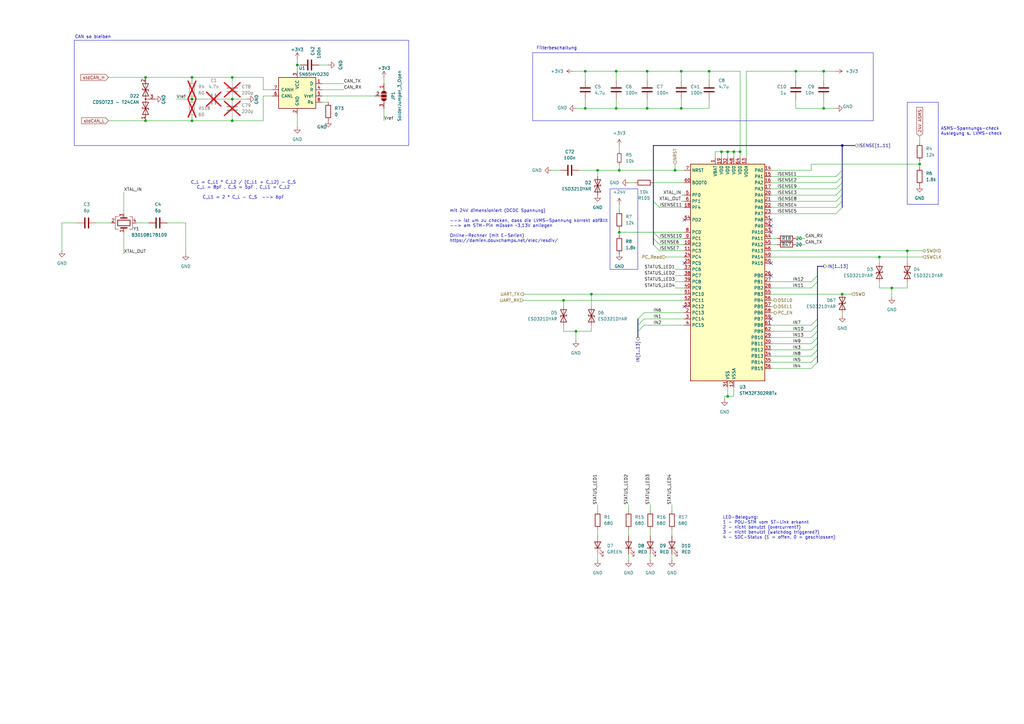
<source format=kicad_sch>
(kicad_sch
	(version 20231120)
	(generator "eeschema")
	(generator_version "8.0")
	(uuid "aa933140-9f4b-4735-968c-43a62bfa3dd4")
	(paper "A3")
	(title_block
		(title "PDU FT25")
		(date "2024-11-23")
		(rev "V1.1")
		(company "Janek Herm")
		(comment 1 "FaSTTUBe Electronics")
	)
	
	(junction
		(at 372.11 102.87)
		(diameter 0)
		(color 0 0 0 0)
		(uuid "011fb3dc-49db-4df5-b559-38f85c6453d7")
	)
	(junction
		(at 240.03 29.21)
		(diameter 0)
		(color 0 0 0 0)
		(uuid "1c1561dd-db1e-4379-88cb-32c62072201a")
	)
	(junction
		(at 95.25 31.75)
		(diameter 0)
		(color 0 0 0 0)
		(uuid "2909134b-3d57-4d2d-930f-c2f46d76c54e")
	)
	(junction
		(at 377.19 67.31)
		(diameter 0)
		(color 0 0 0 0)
		(uuid "311f828e-ff1f-4cf4-b987-2f4449bd4082")
	)
	(junction
		(at 95.25 49.53)
		(diameter 0)
		(color 0 0 0 0)
		(uuid "32bc5ba3-b62b-42dc-82e3-cb95cb6a2278")
	)
	(junction
		(at 345.44 59.69)
		(diameter 0)
		(color 0 0 0 0)
		(uuid "336ecfe3-4b6c-4c03-ad58-6e9f8ed49a93")
	)
	(junction
		(at 78.74 40.64)
		(diameter 0)
		(color 0 0 0 0)
		(uuid "470305e6-4469-423b-a0b1-e2953ae99fd0")
	)
	(junction
		(at 298.45 162.56)
		(diameter 0)
		(color 0 0 0 0)
		(uuid "4a042d06-5575-481b-9363-db3682fcd0d8")
	)
	(junction
		(at 300.99 62.23)
		(diameter 0)
		(color 0 0 0 0)
		(uuid "4a5d67a8-f458-4ca3-8b92-21a112e0f4b4")
	)
	(junction
		(at 345.44 120.65)
		(diameter 0)
		(color 0 0 0 0)
		(uuid "5313608d-9ab5-48e5-82e8-55e235e03479")
	)
	(junction
		(at 337.82 44.45)
		(diameter 0)
		(color 0 0 0 0)
		(uuid "60d16c02-84b1-46a4-a9a4-92263b8dcb49")
	)
	(junction
		(at 231.14 123.19)
		(diameter 0)
		(color 0 0 0 0)
		(uuid "626ea7c1-1f42-4e13-92ec-5605ebdee387")
	)
	(junction
		(at 265.43 29.21)
		(diameter 0)
		(color 0 0 0 0)
		(uuid "67916b88-e6d0-4b5a-9f27-3bf6035e0635")
	)
	(junction
		(at 240.03 44.45)
		(diameter 0)
		(color 0 0 0 0)
		(uuid "7b12ecee-0c67-4465-8158-f60ce921a82f")
	)
	(junction
		(at 59.69 49.53)
		(diameter 0)
		(color 0 0 0 0)
		(uuid "7d48d275-4def-49ef-b085-5aa0c138e2f0")
	)
	(junction
		(at 326.39 29.21)
		(diameter 0)
		(color 0 0 0 0)
		(uuid "8065c336-233f-4333-8fb9-b0cf210d8d84")
	)
	(junction
		(at 252.73 29.21)
		(diameter 0)
		(color 0 0 0 0)
		(uuid "81124fb1-9228-4404-b2ec-46da02e0191c")
	)
	(junction
		(at 365.76 118.11)
		(diameter 0)
		(color 0 0 0 0)
		(uuid "82270b0f-876d-4834-8031-39dfa01b2c6f")
	)
	(junction
		(at 303.53 62.23)
		(diameter 0)
		(color 0 0 0 0)
		(uuid "92181147-f6d9-4a30-9e52-285e8f653835")
	)
	(junction
		(at 78.74 31.75)
		(diameter 0)
		(color 0 0 0 0)
		(uuid "952a4c72-7ac6-4c90-b284-d228a11ad936")
	)
	(junction
		(at 242.57 120.65)
		(diameter 0)
		(color 0 0 0 0)
		(uuid "95a581c5-e4bd-45c4-96a0-197a7042ffb5")
	)
	(junction
		(at 295.91 62.23)
		(diameter 0)
		(color 0 0 0 0)
		(uuid "9d39e635-6ccb-4356-8a35-e6683e33abc6")
	)
	(junction
		(at 265.43 44.45)
		(diameter 0)
		(color 0 0 0 0)
		(uuid "a024b72b-5e3f-46fb-a2e4-a5878e8a88f4")
	)
	(junction
		(at 254 95.25)
		(diameter 0)
		(color 0 0 0 0)
		(uuid "aaccc812-c088-498a-befd-eb96b122b5fd")
	)
	(junction
		(at 276.86 69.85)
		(diameter 0)
		(color 0 0 0 0)
		(uuid "bb8bbc0e-59ca-4c70-96e1-574d2a709031")
	)
	(junction
		(at 236.22 135.89)
		(diameter 0)
		(color 0 0 0 0)
		(uuid "bbf3a917-6a04-4fd5-b852-be679d151fde")
	)
	(junction
		(at 290.83 29.21)
		(diameter 0)
		(color 0 0 0 0)
		(uuid "c3804580-880e-42ec-9ac0-0d99145ce20d")
	)
	(junction
		(at 252.73 44.45)
		(diameter 0)
		(color 0 0 0 0)
		(uuid "cb8dda75-074d-4c4c-adc1-368befa4d039")
	)
	(junction
		(at 59.69 31.75)
		(diameter 0)
		(color 0 0 0 0)
		(uuid "d75b7bf1-045e-4ebc-ba5e-d28f4f4c79ce")
	)
	(junction
		(at 245.11 69.85)
		(diameter 0)
		(color 0 0 0 0)
		(uuid "dfeaeceb-2205-4019-aa61-2b137b393fbc")
	)
	(junction
		(at 254 69.85)
		(diameter 0)
		(color 0 0 0 0)
		(uuid "e2b50f20-59e9-4842-97d3-a31cc6b12de2")
	)
	(junction
		(at 121.92 26.67)
		(diameter 0)
		(color 0 0 0 0)
		(uuid "e2d03ef5-6f0d-42ac-b206-09a65441fc7c")
	)
	(junction
		(at 78.74 49.53)
		(diameter 0)
		(color 0 0 0 0)
		(uuid "e3bee0d1-ee56-45a2-b990-12f34ff6079d")
	)
	(junction
		(at 360.68 105.41)
		(diameter 0)
		(color 0 0 0 0)
		(uuid "efedf725-2801-4356-be55-6b5641a8266e")
	)
	(junction
		(at 95.25 40.64)
		(diameter 0)
		(color 0 0 0 0)
		(uuid "effeb44b-6653-4665-8798-a89e5d31ce18")
	)
	(junction
		(at 337.82 29.21)
		(diameter 0)
		(color 0 0 0 0)
		(uuid "f3432773-749d-40c3-8aa7-240cc93fb599")
	)
	(junction
		(at 298.45 62.23)
		(diameter 0)
		(color 0 0 0 0)
		(uuid "f5034439-030d-403b-8d95-4d009b618e77")
	)
	(junction
		(at 279.4 44.45)
		(diameter 0)
		(color 0 0 0 0)
		(uuid "f79ecdf7-8915-4abb-bd2a-27ce32ad523f")
	)
	(junction
		(at 279.4 29.21)
		(diameter 0)
		(color 0 0 0 0)
		(uuid "fc270b45-755a-4224-a4f1-a9ea4d6490f5")
	)
	(no_connect
		(at 316.23 90.17)
		(uuid "075be4a6-f93d-4ab9-bd89-dc240df4e00e")
	)
	(no_connect
		(at 316.23 95.25)
		(uuid "3c312b4f-fa58-492d-8a28-9962baf598ef")
	)
	(no_connect
		(at 280.67 125.73)
		(uuid "3d18cbec-9d6d-4b25-acd5-d8fdd5b8b0be")
	)
	(no_connect
		(at 280.67 90.17)
		(uuid "4865fe96-237f-418e-93a3-2eaf2c765084")
	)
	(no_connect
		(at 316.23 92.71)
		(uuid "510c8434-b139-4ac7-9ea5-f6153de72f0d")
	)
	(no_connect
		(at 316.23 113.03)
		(uuid "8dac3224-e958-4a1c-876d-20be0b6c8628")
	)
	(no_connect
		(at 316.23 107.95)
		(uuid "8f06113e-c45d-4956-805b-218f9b13b4e8")
	)
	(no_connect
		(at 280.67 107.95)
		(uuid "969aafdd-ff23-44c3-be52-b64f08887ca4")
	)
	(no_connect
		(at 316.23 130.81)
		(uuid "f3edb4bb-b4ce-4188-b8ef-5f275d15386e")
	)
	(bus_entry
		(at 342.9 74.93)
		(size 2.54 -2.54)
		(stroke
			(width 0)
			(type default)
		)
		(uuid "0f44c7bf-42fb-4027-bf20-709ad1aa704a")
	)
	(bus_entry
		(at 332.74 143.51)
		(size 2.54 -2.54)
		(stroke
			(width 0)
			(type default)
		)
		(uuid "1a8c4578-18d3-4d5b-9d91-abbaf03e9138")
	)
	(bus_entry
		(at 342.9 82.55)
		(size 2.54 -2.54)
		(stroke
			(width 0)
			(type default)
		)
		(uuid "3746bdc5-d4d0-444e-a59d-ea02833a6a65")
	)
	(bus_entry
		(at 342.9 72.39)
		(size 2.54 -2.54)
		(stroke
			(width 0)
			(type default)
		)
		(uuid "3945f06b-623d-49c3-983b-f40b5edec678")
	)
	(bus_entry
		(at 342.9 87.63)
		(size 2.54 -2.54)
		(stroke
			(width 0)
			(type default)
		)
		(uuid "3ff9cecd-8190-4579-b1d8-07f660d68860")
	)
	(bus_entry
		(at 267.97 82.55)
		(size 2.54 2.54)
		(stroke
			(width 0)
			(type default)
		)
		(uuid "415918d5-945d-46a2-bcb2-58c2ce3f6977")
	)
	(bus_entry
		(at 332.74 118.11)
		(size 2.54 -2.54)
		(stroke
			(width 0)
			(type default)
		)
		(uuid "4957f270-e681-45e8-a176-90f5101326f9")
	)
	(bus_entry
		(at 342.9 77.47)
		(size 2.54 -2.54)
		(stroke
			(width 0)
			(type default)
		)
		(uuid "4c8b6feb-847b-42b4-8753-f006923bda77")
	)
	(bus_entry
		(at 264.16 133.35)
		(size -2.54 2.54)
		(stroke
			(width 0)
			(type default)
		)
		(uuid "52c108e7-42d8-40ea-9646-fd41e1b7635a")
	)
	(bus_entry
		(at 332.74 133.35)
		(size 2.54 -2.54)
		(stroke
			(width 0)
			(type default)
		)
		(uuid "56b096de-f889-42c6-a376-cc718212d028")
	)
	(bus_entry
		(at 332.74 140.97)
		(size 2.54 -2.54)
		(stroke
			(width 0)
			(type default)
		)
		(uuid "579023c9-aee9-4289-bcef-52162fcd86e4")
	)
	(bus_entry
		(at 264.16 128.27)
		(size -2.54 2.54)
		(stroke
			(width 0)
			(type default)
		)
		(uuid "5a9829a9-2752-40b1-90db-78e699e955aa")
	)
	(bus_entry
		(at 270.51 100.33)
		(size -2.54 -2.54)
		(stroke
			(width 0)
			(type default)
		)
		(uuid "64135b90-3a0c-4804-9fde-547c8272c55d")
	)
	(bus_entry
		(at 270.51 97.79)
		(size -2.54 -2.54)
		(stroke
			(width 0)
			(type default)
		)
		(uuid "6719ffa9-6a4f-44fe-8a9a-c324cb13ff44")
	)
	(bus_entry
		(at 264.16 130.81)
		(size -2.54 2.54)
		(stroke
			(width 0)
			(type default)
		)
		(uuid "6d55b9a8-3776-4f25-929e-c56e410e4a49")
	)
	(bus_entry
		(at 332.74 115.57)
		(size 2.54 -2.54)
		(stroke
			(width 0)
			(type default)
		)
		(uuid "7447557f-810c-4ffc-b3cf-e8a8b88576b2")
	)
	(bus_entry
		(at 270.51 102.87)
		(size -2.54 -2.54)
		(stroke
			(width 0)
			(type default)
		)
		(uuid "7ed18590-037b-413d-a1f3-a02291ce0ea9")
	)
	(bus_entry
		(at 332.74 148.59)
		(size 2.54 -2.54)
		(stroke
			(width 0)
			(type default)
		)
		(uuid "808fcb53-b6eb-4126-b4a3-839040796060")
	)
	(bus_entry
		(at 332.74 138.43)
		(size 2.54 -2.54)
		(stroke
			(width 0)
			(type default)
		)
		(uuid "90d7f3a5-58af-4177-955c-92363bd0700d")
	)
	(bus_entry
		(at 332.74 151.13)
		(size 2.54 -2.54)
		(stroke
			(width 0)
			(type default)
		)
		(uuid "96e2509f-440b-4476-a949-5afab6fe1157")
	)
	(bus_entry
		(at 342.9 80.01)
		(size 2.54 -2.54)
		(stroke
			(width 0)
			(type default)
		)
		(uuid "b0a68681-9431-48bb-8eb2-62215f344ead")
	)
	(bus_entry
		(at 342.9 85.09)
		(size 2.54 -2.54)
		(stroke
			(width 0)
			(type default)
		)
		(uuid "ea1a9b47-f76d-4abc-b8f5-fd23807434c3")
	)
	(bus_entry
		(at 332.74 146.05)
		(size 2.54 -2.54)
		(stroke
			(width 0)
			(type default)
		)
		(uuid "f601e2f6-d62a-4439-b759-53677e622b58")
	)
	(bus_entry
		(at 332.74 135.89)
		(size 2.54 -2.54)
		(stroke
			(width 0)
			(type default)
		)
		(uuid "fb76438c-e197-4f72-9ef1-1130912a6e42")
	)
	(wire
		(pts
			(xy 377.19 58.42) (xy 377.19 55.88)
		)
		(stroke
			(width 0)
			(type default)
		)
		(uuid "02d18d42-d97e-4718-876a-30117100b9d9")
	)
	(wire
		(pts
			(xy 279.4 44.45) (xy 290.83 44.45)
		)
		(stroke
			(width 0)
			(type default)
		)
		(uuid "04342634-bf56-4170-94fb-99898055f07c")
	)
	(wire
		(pts
			(xy 121.92 26.67) (xy 123.19 26.67)
		)
		(stroke
			(width 0)
			(type default)
		)
		(uuid "04624f39-4f16-4cd8-945f-0c0f280b88d6")
	)
	(wire
		(pts
			(xy 111.76 36.83) (xy 107.95 36.83)
		)
		(stroke
			(width 0)
			(type default)
		)
		(uuid "04ce5f16-006c-484e-9448-6f35bc303ded")
	)
	(wire
		(pts
			(xy 298.45 64.77) (xy 298.45 62.23)
		)
		(stroke
			(width 0)
			(type default)
		)
		(uuid "0635cc89-ab21-411b-b2fb-734cbbdf8e6c")
	)
	(wire
		(pts
			(xy 72.39 40.64) (xy 78.74 40.64)
		)
		(stroke
			(width 0)
			(type default)
		)
		(uuid "067e1c89-22ea-4cd0-ac58-970449aa4157")
	)
	(wire
		(pts
			(xy 360.68 118.11) (xy 365.76 118.11)
		)
		(stroke
			(width 0)
			(type default)
		)
		(uuid "06af84a9-4fe0-46df-a673-fdffb9ae579b")
	)
	(wire
		(pts
			(xy 265.43 44.45) (xy 279.4 44.45)
		)
		(stroke
			(width 0)
			(type default)
		)
		(uuid "06cd50e4-a84d-4173-93ad-9c195c5ec8b1")
	)
	(wire
		(pts
			(xy 132.08 36.83) (xy 140.97 36.83)
		)
		(stroke
			(width 0)
			(type default)
		)
		(uuid "07d36fce-b92d-4ebb-924c-b0c58b3ef7ca")
	)
	(wire
		(pts
			(xy 254 95.25) (xy 267.97 95.25)
		)
		(stroke
			(width 0)
			(type default)
		)
		(uuid "08e5a2d8-f52d-4e51-88ae-1aa4173a3966")
	)
	(wire
		(pts
			(xy 326.39 100.33) (xy 330.2 100.33)
		)
		(stroke
			(width 0)
			(type default)
		)
		(uuid "09722ccd-1166-497f-a94c-e44e9be372b5")
	)
	(wire
		(pts
			(xy 293.37 62.23) (xy 295.91 62.23)
		)
		(stroke
			(width 0)
			(type default)
		)
		(uuid "0ad49cbe-2a59-4aad-8360-58993f3de25e")
	)
	(wire
		(pts
			(xy 273.05 105.41) (xy 280.67 105.41)
		)
		(stroke
			(width 0)
			(type default)
		)
		(uuid "0bc28ca4-8f1e-4623-ac18-3bdbbf65d63a")
	)
	(wire
		(pts
			(xy 266.7 207.01) (xy 266.7 209.55)
		)
		(stroke
			(width 0)
			(type default)
		)
		(uuid "0bf4fa6e-f353-4c5b-89b0-744fdf8daf9d")
	)
	(wire
		(pts
			(xy 78.74 31.75) (xy 78.74 33.02)
		)
		(stroke
			(width 0)
			(type default)
		)
		(uuid "0ea186d4-0575-4211-a5c2-c47d1a397213")
	)
	(bus
		(pts
			(xy 261.62 130.81) (xy 261.62 133.35)
		)
		(stroke
			(width 0)
			(type default)
		)
		(uuid "11f67c83-3ffd-46d0-aec1-8c99a833f6e3")
	)
	(wire
		(pts
			(xy 240.03 44.45) (xy 252.73 44.45)
		)
		(stroke
			(width 0)
			(type default)
		)
		(uuid "1231f68a-96d2-44b7-8d3c-b74c91867cc1")
	)
	(wire
		(pts
			(xy 78.74 48.26) (xy 78.74 49.53)
		)
		(stroke
			(width 0)
			(type default)
		)
		(uuid "129613d9-101d-4f0c-8d4a-a64ce9206fbe")
	)
	(wire
		(pts
			(xy 252.73 29.21) (xy 265.43 29.21)
		)
		(stroke
			(width 0)
			(type default)
		)
		(uuid "1351a6f2-d547-4c92-a7bd-fc66aa2b7b1c")
	)
	(wire
		(pts
			(xy 242.57 133.35) (xy 242.57 135.89)
		)
		(stroke
			(width 0)
			(type default)
		)
		(uuid "1465ca23-40a4-46ec-b0f8-03f7ee145ad2")
	)
	(wire
		(pts
			(xy 132.08 41.91) (xy 134.62 41.91)
		)
		(stroke
			(width 0)
			(type default)
		)
		(uuid "14f3c7a6-d742-4322-bb88-1c8b862b32bd")
	)
	(wire
		(pts
			(xy 316.23 85.09) (xy 342.9 85.09)
		)
		(stroke
			(width 0)
			(type default)
		)
		(uuid "1563780a-b8ea-48ce-ab08-85a32f8ef187")
	)
	(wire
		(pts
			(xy 50.8 78.74) (xy 50.8 87.63)
		)
		(stroke
			(width 0)
			(type default)
		)
		(uuid "156a91e1-7575-43e4-ad21-502973462c11")
	)
	(wire
		(pts
			(xy 231.14 135.89) (xy 231.14 133.35)
		)
		(stroke
			(width 0)
			(type default)
		)
		(uuid "157e1d50-e501-4dc1-82d3-3f6de57d9811")
	)
	(wire
		(pts
			(xy 242.57 120.65) (xy 280.67 120.65)
		)
		(stroke
			(width 0)
			(type default)
		)
		(uuid "1c82b389-0ccd-411f-b0dd-64169c5ee93b")
	)
	(wire
		(pts
			(xy 270.51 85.09) (xy 280.67 85.09)
		)
		(stroke
			(width 0)
			(type default)
		)
		(uuid "1ddaf174-0c95-486d-ba76-21612d5dfbc2")
	)
	(wire
		(pts
			(xy 245.11 227.33) (xy 245.11 229.87)
		)
		(stroke
			(width 0)
			(type default)
		)
		(uuid "1f718422-99da-4137-9d23-e032c03b928c")
	)
	(wire
		(pts
			(xy 78.74 49.53) (xy 95.25 49.53)
		)
		(stroke
			(width 0)
			(type default)
		)
		(uuid "20098200-20b7-498b-9c5a-1c253e7e5f5b")
	)
	(bus
		(pts
			(xy 345.44 69.85) (xy 345.44 72.39)
		)
		(stroke
			(width 0)
			(type default)
		)
		(uuid "2251dd67-3d1a-45bd-95a7-174c40e8a15b")
	)
	(wire
		(pts
			(xy 60.96 91.44) (xy 55.88 91.44)
		)
		(stroke
			(width 0)
			(type default)
		)
		(uuid "237a38f9-6614-4bbc-b48b-aa6c4183ece0")
	)
	(wire
		(pts
			(xy 377.19 66.04) (xy 377.19 67.31)
		)
		(stroke
			(width 0)
			(type default)
		)
		(uuid "242ca8e3-8ac4-4d29-8295-d68ee03413d1")
	)
	(wire
		(pts
			(xy 372.11 102.87) (xy 378.46 102.87)
		)
		(stroke
			(width 0)
			(type default)
		)
		(uuid "24abb6d5-4626-4519-b279-895ef4faf25c")
	)
	(wire
		(pts
			(xy 121.92 24.13) (xy 121.92 26.67)
		)
		(stroke
			(width 0)
			(type default)
		)
		(uuid "253308ce-4f34-45f1-a309-15a60f1e19ef")
	)
	(bus
		(pts
			(xy 335.28 130.81) (xy 335.28 133.35)
		)
		(stroke
			(width 0)
			(type default)
		)
		(uuid "25755da5-b2ff-4cff-8bc2-24cd8eade220")
	)
	(bus
		(pts
			(xy 345.44 74.93) (xy 345.44 77.47)
		)
		(stroke
			(width 0)
			(type default)
		)
		(uuid "262d263f-f433-4679-862b-308035de0a2b")
	)
	(wire
		(pts
			(xy 377.19 67.31) (xy 377.19 68.58)
		)
		(stroke
			(width 0)
			(type default)
		)
		(uuid "26bc09cc-8c0a-4375-86fc-e47074c1f63b")
	)
	(wire
		(pts
			(xy 44.45 49.53) (xy 59.69 49.53)
		)
		(stroke
			(width 0)
			(type default)
		)
		(uuid "274e5ee3-d781-4532-b53c-05387a81ff92")
	)
	(wire
		(pts
			(xy 316.23 118.11) (xy 332.74 118.11)
		)
		(stroke
			(width 0)
			(type default)
		)
		(uuid "2887116b-bea2-468f-885b-5166edebab89")
	)
	(wire
		(pts
			(xy 95.25 48.26) (xy 95.25 49.53)
		)
		(stroke
			(width 0)
			(type default)
		)
		(uuid "2c36341c-e8ad-4c3f-828b-51d06c455951")
	)
	(wire
		(pts
			(xy 231.14 123.19) (xy 231.14 125.73)
		)
		(stroke
			(width 0)
			(type default)
		)
		(uuid "2c550914-75dd-41a4-85f1-6281fd0a4d4b")
	)
	(wire
		(pts
			(xy 297.18 162.56) (xy 297.18 163.83)
		)
		(stroke
			(width 0)
			(type default)
		)
		(uuid "2e6a84cd-4428-4a5b-8eac-d5d5a9e09196")
	)
	(wire
		(pts
			(xy 265.43 44.45) (xy 252.73 44.45)
		)
		(stroke
			(width 0)
			(type default)
		)
		(uuid "30049d16-312a-40c3-b4e3-d52ec94734e7")
	)
	(bus
		(pts
			(xy 335.28 146.05) (xy 335.28 148.59)
		)
		(stroke
			(width 0)
			(type default)
		)
		(uuid "309f5f35-3328-4fa8-b4c3-460525690a03")
	)
	(wire
		(pts
			(xy 316.23 72.39) (xy 342.9 72.39)
		)
		(stroke
			(width 0)
			(type default)
		)
		(uuid "31d32d8b-498b-4e2e-a65c-ff11263582c5")
	)
	(wire
		(pts
			(xy 254 86.36) (xy 254 83.82)
		)
		(stroke
			(width 0)
			(type default)
		)
		(uuid "336dd7a3-3351-448e-a2f7-0a868d778216")
	)
	(wire
		(pts
			(xy 236.22 135.89) (xy 236.22 139.7)
		)
		(stroke
			(width 0)
			(type default)
		)
		(uuid "3391f9c0-1432-4401-8274-c3c771b182a4")
	)
	(bus
		(pts
			(xy 267.97 95.25) (xy 267.97 97.79)
		)
		(stroke
			(width 0)
			(type default)
		)
		(uuid "33f73685-2792-44e9-b5b0-05bbf7fcddaf")
	)
	(wire
		(pts
			(xy 266.7 217.17) (xy 266.7 219.71)
		)
		(stroke
			(width 0)
			(type default)
		)
		(uuid "34478a33-d1b1-4338-b1b6-16785ed628a0")
	)
	(bus
		(pts
			(xy 345.44 59.69) (xy 345.44 69.85)
		)
		(stroke
			(width 0)
			(type default)
		)
		(uuid "35dec71b-26c6-47fc-8b49-5e8e283a85f2")
	)
	(wire
		(pts
			(xy 39.37 91.44) (xy 45.72 91.44)
		)
		(stroke
			(width 0)
			(type default)
		)
		(uuid "36c25c5f-bef6-4b8d-872a-cb5f3de296cf")
	)
	(wire
		(pts
			(xy 270.51 100.33) (xy 280.67 100.33)
		)
		(stroke
			(width 0)
			(type default)
		)
		(uuid "374ea217-4be8-4b55-9567-a3387401ee1c")
	)
	(wire
		(pts
			(xy 342.9 44.45) (xy 337.82 44.45)
		)
		(stroke
			(width 0)
			(type default)
		)
		(uuid "380ed02c-02ec-493d-8e7a-a4d524cb20de")
	)
	(wire
		(pts
			(xy 316.23 138.43) (xy 332.74 138.43)
		)
		(stroke
			(width 0)
			(type default)
		)
		(uuid "3a208043-40df-48e3-96d8-2487d26fc72c")
	)
	(wire
		(pts
			(xy 236.22 44.45) (xy 240.03 44.45)
		)
		(stroke
			(width 0)
			(type default)
		)
		(uuid "3ad73296-22dc-403c-848b-592e5ee820e8")
	)
	(wire
		(pts
			(xy 280.67 118.11) (xy 276.86 118.11)
		)
		(stroke
			(width 0)
			(type default)
		)
		(uuid "3bf0defa-f434-4da3-9852-926b797769df")
	)
	(wire
		(pts
			(xy 306.07 29.21) (xy 326.39 29.21)
		)
		(stroke
			(width 0)
			(type default)
		)
		(uuid "3cf2ceea-35e9-4eb7-a160-b660911651bb")
	)
	(wire
		(pts
			(xy 267.97 95.25) (xy 280.67 95.25)
		)
		(stroke
			(width 0)
			(type default)
		)
		(uuid "3d16aa63-6a30-475f-8032-7202d08f3907")
	)
	(wire
		(pts
			(xy 316.23 133.35) (xy 332.74 133.35)
		)
		(stroke
			(width 0)
			(type default)
		)
		(uuid "3e4b90b5-23af-4990-a30f-addd83c93519")
	)
	(wire
		(pts
			(xy 280.67 130.81) (xy 264.16 130.81)
		)
		(stroke
			(width 0)
			(type default)
		)
		(uuid "3f3265f9-c18a-4c90-9076-96d9d1762ce8")
	)
	(wire
		(pts
			(xy 303.53 62.23) (xy 303.53 29.21)
		)
		(stroke
			(width 0)
			(type default)
		)
		(uuid "3fbf1dcd-d369-4d97-86e5-0d64166f1695")
	)
	(wire
		(pts
			(xy 111.76 39.37) (xy 107.95 39.37)
		)
		(stroke
			(width 0)
			(type default)
		)
		(uuid "433a9bd0-c4d3-45af-9bb9-a8a1648b5d0a")
	)
	(wire
		(pts
			(xy 44.45 31.75) (xy 59.69 31.75)
		)
		(stroke
			(width 0)
			(type default)
		)
		(uuid "4412c598-e00c-403a-a5e8-1df1ebe79e2c")
	)
	(bus
		(pts
			(xy 345.44 77.47) (xy 345.44 80.01)
		)
		(stroke
			(width 0)
			(type default)
		)
		(uuid "446d3b8a-b184-43ef-a483-c9827ee7e5e8")
	)
	(wire
		(pts
			(xy 279.4 29.21) (xy 290.83 29.21)
		)
		(stroke
			(width 0)
			(type default)
		)
		(uuid "44b7664b-4334-4003-b151-630ab004c928")
	)
	(wire
		(pts
			(xy 372.11 118.11) (xy 365.76 118.11)
		)
		(stroke
			(width 0)
			(type default)
		)
		(uuid "4800bad9-6f06-4d3c-bf38-d17eb414de1d")
	)
	(wire
		(pts
			(xy 134.62 26.67) (xy 130.81 26.67)
		)
		(stroke
			(width 0)
			(type default)
		)
		(uuid "488018a1-c63c-4e72-9bd5-1976cce0172a")
	)
	(wire
		(pts
			(xy 316.23 115.57) (xy 332.74 115.57)
		)
		(stroke
			(width 0)
			(type default)
		)
		(uuid "49c8365a-ca95-400b-ad63-9129e1136d9e")
	)
	(wire
		(pts
			(xy 300.99 64.77) (xy 300.99 62.23)
		)
		(stroke
			(width 0)
			(type default)
		)
		(uuid "4a81f28c-0a6a-4076-8b7b-e8bba29c0ade")
	)
	(wire
		(pts
			(xy 360.68 105.41) (xy 378.46 105.41)
		)
		(stroke
			(width 0)
			(type default)
		)
		(uuid "4b0fb995-16e8-4924-9090-aa604e816928")
	)
	(wire
		(pts
			(xy 265.43 40.64) (xy 265.43 44.45)
		)
		(stroke
			(width 0)
			(type default)
		)
		(uuid "4b690891-d34d-4a2c-b54b-a2bcf5e0cc9f")
	)
	(bus
		(pts
			(xy 267.97 59.69) (xy 267.97 82.55)
		)
		(stroke
			(width 0)
			(type default)
		)
		(uuid "4ba8ccba-e453-4230-9b0a-2d1e0788caac")
	)
	(wire
		(pts
			(xy 78.74 40.64) (xy 83.82 40.64)
		)
		(stroke
			(width 0)
			(type default)
		)
		(uuid "4bd024fb-1685-452e-a6bf-c127e24ffee7")
	)
	(wire
		(pts
			(xy 280.67 113.03) (xy 276.86 113.03)
		)
		(stroke
			(width 0)
			(type default)
		)
		(uuid "4d686276-809a-44e4-b3e6-33295a39cb5e")
	)
	(wire
		(pts
			(xy 316.23 105.41) (xy 360.68 105.41)
		)
		(stroke
			(width 0)
			(type default)
		)
		(uuid "5041efb4-b0cd-4bdc-8e62-0fcb005a0b74")
	)
	(wire
		(pts
			(xy 59.69 49.53) (xy 78.74 49.53)
		)
		(stroke
			(width 0)
			(type default)
		)
		(uuid "506edc40-1449-4a7b-a3df-6fc0e696fc78")
	)
	(wire
		(pts
			(xy 345.44 120.65) (xy 349.25 120.65)
		)
		(stroke
			(width 0)
			(type default)
		)
		(uuid "5142e485-75a2-4b99-8639-39b54d2807f6")
	)
	(wire
		(pts
			(xy 316.23 74.93) (xy 342.9 74.93)
		)
		(stroke
			(width 0)
			(type default)
		)
		(uuid "51c6b7a0-c71a-4d20-abba-9f1e5de5eaa8")
	)
	(wire
		(pts
			(xy 214.63 120.65) (xy 242.57 120.65)
		)
		(stroke
			(width 0)
			(type default)
		)
		(uuid "5207cf23-6b89-48ca-94f2-bc37a24192fc")
	)
	(wire
		(pts
			(xy 267.97 74.93) (xy 280.67 74.93)
		)
		(stroke
			(width 0)
			(type default)
		)
		(uuid "5457882c-466e-435a-a493-eb45347e573f")
	)
	(wire
		(pts
			(xy 254 93.98) (xy 254 95.25)
		)
		(stroke
			(width 0)
			(type default)
		)
		(uuid "5594d980-1253-4a7d-8f92-fa49c6434d84")
	)
	(wire
		(pts
			(xy 275.59 227.33) (xy 275.59 229.87)
		)
		(stroke
			(width 0)
			(type default)
		)
		(uuid "573af0e6-6fab-4c99-875e-6675a452eab1")
	)
	(wire
		(pts
			(xy 290.83 33.02) (xy 290.83 29.21)
		)
		(stroke
			(width 0)
			(type default)
		)
		(uuid "5762d99e-3126-4890-9607-31256a488ae7")
	)
	(wire
		(pts
			(xy 316.23 143.51) (xy 332.74 143.51)
		)
		(stroke
			(width 0)
			(type default)
		)
		(uuid "57c4bab5-a989-445b-aaad-9f7fb046ca6b")
	)
	(wire
		(pts
			(xy 240.03 29.21) (xy 252.73 29.21)
		)
		(stroke
			(width 0)
			(type default)
		)
		(uuid "592440ee-12c4-4be4-984c-ce759230f308")
	)
	(wire
		(pts
			(xy 254 69.85) (xy 276.86 69.85)
		)
		(stroke
			(width 0)
			(type default)
		)
		(uuid "5bff72cf-84d5-4a35-a479-cee7167288e0")
	)
	(wire
		(pts
			(xy 298.45 162.56) (xy 297.18 162.56)
		)
		(stroke
			(width 0)
			(type default)
		)
		(uuid "5fa66723-a87b-4fd8-a7ed-6a6ee875c26b")
	)
	(bus
		(pts
			(xy 335.28 138.43) (xy 335.28 140.97)
		)
		(stroke
			(width 0)
			(type default)
		)
		(uuid "61312873-5fe1-42fd-9fb3-f775d083cf32")
	)
	(bus
		(pts
			(xy 345.44 80.01) (xy 345.44 82.55)
		)
		(stroke
			(width 0)
			(type default)
		)
		(uuid "63056bca-8aa2-4c61-9c04-4ba2d5dd7eae")
	)
	(wire
		(pts
			(xy 318.77 97.79) (xy 316.23 97.79)
		)
		(stroke
			(width 0)
			(type default)
		)
		(uuid "640e7ef2-ac50-4a3d-b491-720fc4ede5e4")
	)
	(wire
		(pts
			(xy 265.43 29.21) (xy 279.4 29.21)
		)
		(stroke
			(width 0)
			(type default)
		)
		(uuid "66b9af82-6c1b-407a-b830-0a7aa102153f")
	)
	(wire
		(pts
			(xy 245.11 69.85) (xy 254 69.85)
		)
		(stroke
			(width 0)
			(type default)
		)
		(uuid "66fbc815-56c4-4aa8-8b02-e2734d7501f7")
	)
	(wire
		(pts
			(xy 76.2 104.14) (xy 76.2 91.44)
		)
		(stroke
			(width 0)
			(type default)
		)
		(uuid "6760abfc-8efe-43dd-b4af-004d7b033428")
	)
	(wire
		(pts
			(xy 316.23 135.89) (xy 332.74 135.89)
		)
		(stroke
			(width 0)
			(type default)
		)
		(uuid "6b3f2e83-c285-4a0e-812a-970aa35eb8f3")
	)
	(wire
		(pts
			(xy 280.67 115.57) (xy 276.86 115.57)
		)
		(stroke
			(width 0)
			(type default)
		)
		(uuid "6c1e18e5-29de-4d47-831a-a5fba3321085")
	)
	(wire
		(pts
			(xy 276.86 67.31) (xy 276.86 69.85)
		)
		(stroke
			(width 0)
			(type default)
		)
		(uuid "70625563-a097-4b0a-a81d-15bb826a1032")
	)
	(wire
		(pts
			(xy 231.14 123.19) (xy 280.67 123.19)
		)
		(stroke
			(width 0)
			(type default)
		)
		(uuid "71fbcbc7-bf8a-4a19-9647-4c101a51522e")
	)
	(wire
		(pts
			(xy 242.57 120.65) (xy 242.57 125.73)
		)
		(stroke
			(width 0)
			(type default)
		)
		(uuid "73b98dab-d36d-4942-84f4-1c29626f61b6")
	)
	(wire
		(pts
			(xy 316.23 151.13) (xy 332.74 151.13)
		)
		(stroke
			(width 0)
			(type default)
		)
		(uuid "78a1b69a-85ae-4515-a0a1-e32eb2d8856e")
	)
	(wire
		(pts
			(xy 257.81 217.17) (xy 257.81 219.71)
		)
		(stroke
			(width 0)
			(type default)
		)
		(uuid "791a09bf-b5e3-4a76-ab8d-ab77a05166b1")
	)
	(wire
		(pts
			(xy 316.23 120.65) (xy 345.44 120.65)
		)
		(stroke
			(width 0)
			(type default)
		)
		(uuid "7afe081f-ff81-4631-9152-55ea34458800")
	)
	(wire
		(pts
			(xy 275.59 217.17) (xy 275.59 219.71)
		)
		(stroke
			(width 0)
			(type default)
		)
		(uuid "7bccdd04-4201-4262-afdb-1f717b63954d")
	)
	(wire
		(pts
			(xy 365.76 118.11) (xy 365.76 121.92)
		)
		(stroke
			(width 0)
			(type default)
		)
		(uuid "7ce15126-e46f-450a-88cf-bf021729bbd4")
	)
	(wire
		(pts
			(xy 300.99 162.56) (xy 298.45 162.56)
		)
		(stroke
			(width 0)
			(type default)
		)
		(uuid "7d3688bd-ee5d-46b9-bb87-c57b2f2ef841")
	)
	(wire
		(pts
			(xy 372.11 102.87) (xy 372.11 107.95)
		)
		(stroke
			(width 0)
			(type default)
		)
		(uuid "7d8e42e8-1bd0-4296-9880-9fba3a45d953")
	)
	(wire
		(pts
			(xy 157.48 44.45) (xy 157.48 49.53)
		)
		(stroke
			(width 0)
			(type default)
		)
		(uuid "7e2d27f6-8dc6-4db9-a014-b25d12f38c27")
	)
	(wire
		(pts
			(xy 318.77 100.33) (xy 316.23 100.33)
		)
		(stroke
			(width 0)
			(type default)
		)
		(uuid "7e9898dd-c6fc-4604-8d67-25d9df0d3ea7")
	)
	(wire
		(pts
			(xy 316.23 146.05) (xy 332.74 146.05)
		)
		(stroke
			(width 0)
			(type default)
		)
		(uuid "7ef32392-76db-40d3-a157-49cf1b4ba958")
	)
	(wire
		(pts
			(xy 252.73 44.45) (xy 252.73 40.64)
		)
		(stroke
			(width 0)
			(type default)
		)
		(uuid "7f21f788-b78d-4607-b25e-c29c60fd01ee")
	)
	(wire
		(pts
			(xy 332.74 67.31) (xy 377.19 67.31)
		)
		(stroke
			(width 0)
			(type default)
		)
		(uuid "81caabdd-9375-4e6a-b542-c27f630f4e32")
	)
	(wire
		(pts
			(xy 245.11 217.17) (xy 245.11 219.71)
		)
		(stroke
			(width 0)
			(type default)
		)
		(uuid "83d840ed-51d0-4a2b-8c4b-8841ec896b9f")
	)
	(wire
		(pts
			(xy 280.67 110.49) (xy 276.86 110.49)
		)
		(stroke
			(width 0)
			(type default)
		)
		(uuid "84ae6afc-bf8f-4321-8fe0-1256ddb2d700")
	)
	(wire
		(pts
			(xy 279.4 80.01) (xy 280.67 80.01)
		)
		(stroke
			(width 0)
			(type default)
		)
		(uuid "84f07f24-75f3-4cc7-b54e-ff3a21911909")
	)
	(wire
		(pts
			(xy 298.45 158.75) (xy 298.45 162.56)
		)
		(stroke
			(width 0)
			(type default)
		)
		(uuid "8505f2cd-1e7f-4f98-99a1-831800ae8140")
	)
	(wire
		(pts
			(xy 316.23 69.85) (xy 332.74 69.85)
		)
		(stroke
			(width 0)
			(type default)
		)
		(uuid "85819cca-689f-47d8-b803-634eac7c9223")
	)
	(wire
		(pts
			(xy 132.08 39.37) (xy 153.67 39.37)
		)
		(stroke
			(width 0)
			(type default)
		)
		(uuid "85e8d5ff-9194-472a-81fe-81f1d2fb2bc7")
	)
	(wire
		(pts
			(xy 279.4 29.21) (xy 279.4 33.02)
		)
		(stroke
			(width 0)
			(type default)
		)
		(uuid "86594fa4-96ef-4b6b-9fb4-99fd99a23170")
	)
	(wire
		(pts
			(xy 226.06 69.85) (xy 229.87 69.85)
		)
		(stroke
			(width 0)
			(type default)
		)
		(uuid "872cc783-8f89-4a31-8d69-30669783acd4")
	)
	(wire
		(pts
			(xy 298.45 62.23) (xy 300.99 62.23)
		)
		(stroke
			(width 0)
			(type default)
		)
		(uuid "87ddc8b3-f1a2-4d1c-91e8-606172ec47d6")
	)
	(wire
		(pts
			(xy 280.67 133.35) (xy 264.16 133.35)
		)
		(stroke
			(width 0)
			(type default)
		)
		(uuid "8ce71bf8-38df-41cb-ae3c-5807499f1b40")
	)
	(wire
		(pts
			(xy 280.67 69.85) (xy 276.86 69.85)
		)
		(stroke
			(width 0)
			(type default)
		)
		(uuid "8e0c6015-c75f-4b40-8b31-6060fd9d7bdd")
	)
	(wire
		(pts
			(xy 257.81 207.01) (xy 257.81 209.55)
		)
		(stroke
			(width 0)
			(type default)
		)
		(uuid "91ab24a6-f08a-4e60-9cc2-e845e9436609")
	)
	(bus
		(pts
			(xy 335.28 133.35) (xy 335.28 135.89)
		)
		(stroke
			(width 0)
			(type default)
		)
		(uuid "93bb8650-5aae-410b-ba61-fa515d094bda")
	)
	(bus
		(pts
			(xy 267.97 59.69) (xy 345.44 59.69)
		)
		(stroke
			(width 0)
			(type default)
		)
		(uuid "96952c6d-506e-454c-b2d9-0948ab51e964")
	)
	(wire
		(pts
			(xy 260.35 74.93) (xy 257.81 74.93)
		)
		(stroke
			(width 0)
			(type default)
		)
		(uuid "96ba8d5b-8e4b-4926-a927-662bccc2db00")
	)
	(wire
		(pts
			(xy 240.03 33.02) (xy 240.03 29.21)
		)
		(stroke
			(width 0)
			(type default)
		)
		(uuid "96ed4aeb-ca18-43ce-b3d5-e2beccf8b493")
	)
	(wire
		(pts
			(xy 326.39 29.21) (xy 326.39 33.02)
		)
		(stroke
			(width 0)
			(type default)
		)
		(uuid "978b63ba-a51c-4bcc-8f6e-ce7e09ee5e8e")
	)
	(wire
		(pts
			(xy 245.11 69.85) (xy 245.11 72.39)
		)
		(stroke
			(width 0)
			(type default)
		)
		(uuid "97a0f518-37d8-4c54-b987-a70e8fcf889b")
	)
	(wire
		(pts
			(xy 295.91 64.77) (xy 295.91 62.23)
		)
		(stroke
			(width 0)
			(type default)
		)
		(uuid "99e28d3a-df39-45d6-a487-b1ca5e388bc1")
	)
	(wire
		(pts
			(xy 231.14 135.89) (xy 236.22 135.89)
		)
		(stroke
			(width 0)
			(type default)
		)
		(uuid "9b516c1e-2bbe-4e34-91fb-0d1eefd4b6ef")
	)
	(wire
		(pts
			(xy 326.39 40.64) (xy 326.39 44.45)
		)
		(stroke
			(width 0)
			(type default)
		)
		(uuid "9ba3c000-1f86-40f5-930e-17a4b93a145a")
	)
	(wire
		(pts
			(xy 300.99 158.75) (xy 300.99 162.56)
		)
		(stroke
			(width 0)
			(type default)
		)
		(uuid "9cc84406-31f7-4d0e-ad67-1f7cf798a249")
	)
	(bus
		(pts
			(xy 345.44 59.69) (xy 350.52 59.69)
		)
		(stroke
			(width 0)
			(type default)
		)
		(uuid "9ccbfe06-845b-49e2-82e7-bbf946473222")
	)
	(wire
		(pts
			(xy 59.69 31.75) (xy 78.74 31.75)
		)
		(stroke
			(width 0)
			(type default)
		)
		(uuid "9d321732-824c-479f-b7f6-8f39ef02dcc3")
	)
	(wire
		(pts
			(xy 257.81 227.33) (xy 257.81 229.87)
		)
		(stroke
			(width 0)
			(type default)
		)
		(uuid "a4014b3b-9195-48e8-99e6-73147189ebcf")
	)
	(wire
		(pts
			(xy 50.8 95.25) (xy 50.8 104.14)
		)
		(stroke
			(width 0)
			(type default)
		)
		(uuid "a413a018-0767-4293-88dd-d3211b741500")
	)
	(wire
		(pts
			(xy 326.39 44.45) (xy 337.82 44.45)
		)
		(stroke
			(width 0)
			(type default)
		)
		(uuid "a43cec6a-d0ed-46b8-aba0-fb17da6a7b27")
	)
	(wire
		(pts
			(xy 316.23 77.47) (xy 342.9 77.47)
		)
		(stroke
			(width 0)
			(type default)
		)
		(uuid "a45559c4-5009-4967-bb41-f08a50315a24")
	)
	(bus
		(pts
			(xy 261.62 138.43) (xy 261.62 135.89)
		)
		(stroke
			(width 0)
			(type default)
		)
		(uuid "a59ccade-3e06-449f-8830-6835a95f7677")
	)
	(wire
		(pts
			(xy 316.23 140.97) (xy 332.74 140.97)
		)
		(stroke
			(width 0)
			(type default)
		)
		(uuid "a5ae0e91-8246-4a61-a617-896b3c268b2a")
	)
	(wire
		(pts
			(xy 337.82 40.64) (xy 337.82 44.45)
		)
		(stroke
			(width 0)
			(type default)
		)
		(uuid "a6b89ee7-afe8-418b-bf84-d68aeb398b0e")
	)
	(wire
		(pts
			(xy 306.07 29.21) (xy 306.07 64.77)
		)
		(stroke
			(width 0)
			(type default)
		)
		(uuid "a810b8d0-b173-40f9-a48d-d719fd48f49e")
	)
	(wire
		(pts
			(xy 332.74 69.85) (xy 332.74 67.31)
		)
		(stroke
			(width 0)
			(type default)
		)
		(uuid "a8113f14-7367-4784-b9e1-4b8b516eaa12")
	)
	(wire
		(pts
			(xy 265.43 29.21) (xy 265.43 33.02)
		)
		(stroke
			(width 0)
			(type default)
		)
		(uuid "a819c80f-747f-4919-8dfd-4e1fbe3e4983")
	)
	(wire
		(pts
			(xy 252.73 29.21) (xy 252.73 33.02)
		)
		(stroke
			(width 0)
			(type default)
		)
		(uuid "a8f2f973-3249-43a2-b027-2642782bdbb8")
	)
	(bus
		(pts
			(xy 337.82 109.22) (xy 335.28 109.22)
		)
		(stroke
			(width 0)
			(type default)
		)
		(uuid "aa0d9b0f-c318-42d8-9f8a-7062abad51ff")
	)
	(wire
		(pts
			(xy 372.11 115.57) (xy 372.11 118.11)
		)
		(stroke
			(width 0)
			(type default)
		)
		(uuid "ab11de8b-d27d-4f17-8804-3d4f4ce95f50")
	)
	(wire
		(pts
			(xy 254 67.31) (xy 254 69.85)
		)
		(stroke
			(width 0)
			(type default)
		)
		(uuid "ac99119a-7289-4b7d-bf4e-fa24584fd5e5")
	)
	(bus
		(pts
			(xy 267.97 97.79) (xy 267.97 100.33)
		)
		(stroke
			(width 0)
			(type default)
		)
		(uuid "ad1f7770-d867-4af5-aee1-86e6022744f6")
	)
	(wire
		(pts
			(xy 107.95 36.83) (xy 107.95 31.75)
		)
		(stroke
			(width 0)
			(type default)
		)
		(uuid "ad5145d6-835e-40ef-8320-271a0d601a4e")
	)
	(wire
		(pts
			(xy 245.11 207.01) (xy 245.11 209.55)
		)
		(stroke
			(width 0)
			(type default)
		)
		(uuid "ae829c98-bff4-4d8a-81b0-64763e4c104a")
	)
	(wire
		(pts
			(xy 270.51 102.87) (xy 280.67 102.87)
		)
		(stroke
			(width 0)
			(type default)
		)
		(uuid "aec3c96b-d324-4c83-b01c-f4470e85d085")
	)
	(wire
		(pts
			(xy 316.23 102.87) (xy 372.11 102.87)
		)
		(stroke
			(width 0)
			(type default)
		)
		(uuid "afb8c704-4be3-4065-870b-a1b3eed5d064")
	)
	(bus
		(pts
			(xy 261.62 133.35) (xy 261.62 135.89)
		)
		(stroke
			(width 0)
			(type default)
		)
		(uuid "b06b1619-1c34-4cfd-8d33-f5e5d2709422")
	)
	(wire
		(pts
			(xy 316.23 125.73) (xy 317.5 125.73)
		)
		(stroke
			(width 0)
			(type default)
		)
		(uuid "b15fcba5-384c-4137-ac70-66f5f602bdd6")
	)
	(bus
		(pts
			(xy 335.28 115.57) (xy 335.28 130.81)
		)
		(stroke
			(width 0)
			(type default)
		)
		(uuid "b25f1883-7899-40e6-bea0-dda4b69bc806")
	)
	(wire
		(pts
			(xy 266.7 227.33) (xy 266.7 229.87)
		)
		(stroke
			(width 0)
			(type default)
		)
		(uuid "b2be58c1-4836-480e-aa3b-ac80cc322cb8")
	)
	(wire
		(pts
			(xy 234.95 29.21) (xy 240.03 29.21)
		)
		(stroke
			(width 0)
			(type default)
		)
		(uuid "b2c18a8b-1856-404b-9568-1fbaa6d1aa7d")
	)
	(wire
		(pts
			(xy 300.99 62.23) (xy 303.53 62.23)
		)
		(stroke
			(width 0)
			(type default)
		)
		(uuid "b4d4436b-1e97-4b71-9d4a-efec7c2d29a0")
	)
	(wire
		(pts
			(xy 121.92 26.67) (xy 121.92 29.21)
		)
		(stroke
			(width 0)
			(type default)
		)
		(uuid "b59d0d87-af1c-44b8-8c95-246a18525198")
	)
	(wire
		(pts
			(xy 280.67 128.27) (xy 264.16 128.27)
		)
		(stroke
			(width 0)
			(type default)
		)
		(uuid "b694e302-39ae-4cec-8d85-dc68dfaa474a")
	)
	(wire
		(pts
			(xy 279.4 40.64) (xy 279.4 44.45)
		)
		(stroke
			(width 0)
			(type default)
		)
		(uuid "b8594858-a696-4f19-a9c8-df08777bfdd3")
	)
	(wire
		(pts
			(xy 316.23 123.19) (xy 317.5 123.19)
		)
		(stroke
			(width 0)
			(type default)
		)
		(uuid "bbb79d0e-0ba9-499f-bc7c-30b133b88b2a")
	)
	(wire
		(pts
			(xy 242.57 135.89) (xy 236.22 135.89)
		)
		(stroke
			(width 0)
			(type default)
		)
		(uuid "bd134b4f-2171-4eb5-86fc-5330b9a11363")
	)
	(wire
		(pts
			(xy 95.25 49.53) (xy 107.95 49.53)
		)
		(stroke
			(width 0)
			(type default)
		)
		(uuid "c2a42c62-e28b-43a6-8bb2-0a1f119a0e38")
	)
	(bus
		(pts
			(xy 345.44 72.39) (xy 345.44 74.93)
		)
		(stroke
			(width 0)
			(type default)
		)
		(uuid "c2c8d552-f034-4449-a3de-dedf3aad8f00")
	)
	(bus
		(pts
			(xy 335.28 135.89) (xy 335.28 138.43)
		)
		(stroke
			(width 0)
			(type default)
		)
		(uuid "c3730845-2d4f-471a-bb2e-3a0063f81c2c")
	)
	(wire
		(pts
			(xy 121.92 46.99) (xy 121.92 52.07)
		)
		(stroke
			(width 0)
			(type default)
		)
		(uuid "c3ec0945-321b-4b30-9522-0c21319a5f80")
	)
	(wire
		(pts
			(xy 107.95 39.37) (xy 107.95 49.53)
		)
		(stroke
			(width 0)
			(type default)
		)
		(uuid "c52a96ec-fb68-468e-b3cf-c886bc8728ae")
	)
	(bus
		(pts
			(xy 335.28 140.97) (xy 335.28 143.51)
		)
		(stroke
			(width 0)
			(type default)
		)
		(uuid "c54ff8af-a779-43fb-af24-bb46950bcc09")
	)
	(wire
		(pts
			(xy 132.08 34.29) (xy 140.97 34.29)
		)
		(stroke
			(width 0)
			(type default)
		)
		(uuid "c7a522df-9734-4702-b512-256d9a6e5778")
	)
	(wire
		(pts
			(xy 316.23 128.27) (xy 317.5 128.27)
		)
		(stroke
			(width 0)
			(type default)
		)
		(uuid "c9abefe4-3d70-46c7-a812-f3c50f80e825")
	)
	(wire
		(pts
			(xy 95.25 40.64) (xy 101.6 40.64)
		)
		(stroke
			(width 0)
			(type default)
		)
		(uuid "ca4d6cf7-17c8-4b62-ac2f-e6ef1ddb6abb")
	)
	(bus
		(pts
			(xy 345.44 82.55) (xy 345.44 85.09)
		)
		(stroke
			(width 0)
			(type default)
		)
		(uuid "ca8cfe9e-87ec-4a19-8f30-49bfa4505870")
	)
	(wire
		(pts
			(xy 316.23 148.59) (xy 332.74 148.59)
		)
		(stroke
			(width 0)
			(type default)
		)
		(uuid "ccec9f19-5dc7-4e41-9e22-3ba7de88e290")
	)
	(wire
		(pts
			(xy 91.44 40.64) (xy 95.25 40.64)
		)
		(stroke
			(width 0)
			(type default)
		)
		(uuid "d04a6fcf-4cdd-4d4d-b903-0c17ec3c718e")
	)
	(wire
		(pts
			(xy 25.4 91.44) (xy 31.75 91.44)
		)
		(stroke
			(width 0)
			(type default)
		)
		(uuid "d2c50efd-053f-4e2b-ab6b-ceb56e1390a6")
	)
	(wire
		(pts
			(xy 290.83 29.21) (xy 303.53 29.21)
		)
		(stroke
			(width 0)
			(type default)
		)
		(uuid "d30aab13-07f2-4457-b84a-c61ebd85324c")
	)
	(wire
		(pts
			(xy 237.49 69.85) (xy 245.11 69.85)
		)
		(stroke
			(width 0)
			(type default)
		)
		(uuid "d31fee49-a38b-402f-8bf8-bb45ee41492e")
	)
	(wire
		(pts
			(xy 290.83 40.64) (xy 290.83 44.45)
		)
		(stroke
			(width 0)
			(type default)
		)
		(uuid "d336c2f7-fd3c-4fa0-a3b6-30f66270e0dd")
	)
	(wire
		(pts
			(xy 157.48 34.29) (xy 157.48 31.75)
		)
		(stroke
			(width 0)
			(type default)
		)
		(uuid "d62ecc64-c152-4b0a-85bf-14bc416033b4")
	)
	(wire
		(pts
			(xy 275.59 207.01) (xy 275.59 209.55)
		)
		(stroke
			(width 0)
			(type default)
		)
		(uuid "d7c8bd47-7b73-4ea8-b196-0d40bce9a89c")
	)
	(wire
		(pts
			(xy 337.82 33.02) (xy 337.82 29.21)
		)
		(stroke
			(width 0)
			(type default)
		)
		(uuid "d952bab0-653b-435c-8a2f-6393719cdfa6")
	)
	(wire
		(pts
			(xy 25.4 91.44) (xy 25.4 102.87)
		)
		(stroke
			(width 0)
			(type default)
		)
		(uuid "dbad8be3-21c0-4e36-a154-4beb3e5395a5")
	)
	(wire
		(pts
			(xy 231.14 123.19) (xy 214.63 123.19)
		)
		(stroke
			(width 0)
			(type default)
		)
		(uuid "dbf144ae-e904-4368-a3cc-0269e933c61b")
	)
	(wire
		(pts
			(xy 316.23 80.01) (xy 342.9 80.01)
		)
		(stroke
			(width 0)
			(type default)
		)
		(uuid "dc7a3531-0422-497a-80c3-3ef7771970df")
	)
	(wire
		(pts
			(xy 326.39 97.79) (xy 330.2 97.79)
		)
		(stroke
			(width 0)
			(type default)
		)
		(uuid "ddac0376-e581-4f59-af0c-376284134561")
	)
	(wire
		(pts
			(xy 360.68 105.41) (xy 360.68 107.95)
		)
		(stroke
			(width 0)
			(type default)
		)
		(uuid "dde185dc-c1a6-4cff-a53f-51ea18e0f496")
	)
	(bus
		(pts
			(xy 335.28 113.03) (xy 335.28 115.57)
		)
		(stroke
			(width 0)
			(type default)
		)
		(uuid "de0a1780-03dc-4282-988e-24005d38b024")
	)
	(bus
		(pts
			(xy 335.28 109.22) (xy 335.28 113.03)
		)
		(stroke
			(width 0)
			(type default)
		)
		(uuid "df2cf0f7-cf69-4ceb-b9ba-dbfab7152832")
	)
	(wire
		(pts
			(xy 254 59.69) (xy 254 62.23)
		)
		(stroke
			(width 0)
			(type default)
		)
		(uuid "df962fbf-3186-49c7-b920-670e6de3619f")
	)
	(wire
		(pts
			(xy 270.51 97.79) (xy 280.67 97.79)
		)
		(stroke
			(width 0)
			(type default)
		)
		(uuid "e056fb87-e356-4c5f-a2aa-ef1101f35093")
	)
	(wire
		(pts
			(xy 295.91 62.23) (xy 298.45 62.23)
		)
		(stroke
			(width 0)
			(type default)
		)
		(uuid "e1b392db-7931-4964-964f-68fe177d16d9")
	)
	(wire
		(pts
			(xy 360.68 118.11) (xy 360.68 115.57)
		)
		(stroke
			(width 0)
			(type default)
		)
		(uuid "e2e7c861-bb5f-4fb3-ad06-59502f28bab1")
	)
	(wire
		(pts
			(xy 326.39 29.21) (xy 337.82 29.21)
		)
		(stroke
			(width 0)
			(type default)
		)
		(uuid "e4c7bb4c-75bf-4ed2-b33c-57936b821a91")
	)
	(wire
		(pts
			(xy 279.4 82.55) (xy 280.67 82.55)
		)
		(stroke
			(width 0)
			(type default)
		)
		(uuid "e70d3f73-dbb7-4d50-9c00-19309e1069bb")
	)
	(wire
		(pts
			(xy 342.9 29.21) (xy 337.82 29.21)
		)
		(stroke
			(width 0)
			(type default)
		)
		(uuid "ecfb946e-dee6-4e45-95fc-b5190899afab")
	)
	(wire
		(pts
			(xy 95.25 31.75) (xy 107.95 31.75)
		)
		(stroke
			(width 0)
			(type default)
		)
		(uuid "ed5581ec-24f0-4aee-86dc-8fa4679b5eb7")
	)
	(wire
		(pts
			(xy 78.74 31.75) (xy 95.25 31.75)
		)
		(stroke
			(width 0)
			(type default)
		)
		(uuid "ee9f27bc-a10a-47ba-a52b-a4e9281cde59")
	)
	(wire
		(pts
			(xy 254 96.52) (xy 254 95.25)
		)
		(stroke
			(width 0)
			(type default)
		)
		(uuid "efc60472-7e4b-42b7-b473-446bd5932cdd")
	)
	(wire
		(pts
			(xy 76.2 91.44) (xy 68.58 91.44)
		)
		(stroke
			(width 0)
			(type default)
		)
		(uuid "f195cfaf-288e-48b7-ae46-9f4bc63212db")
	)
	(wire
		(pts
			(xy 240.03 40.64) (xy 240.03 44.45)
		)
		(stroke
			(width 0)
			(type default)
		)
		(uuid "f8f11e7f-ddc0-4fe9-8460-b4625b615e14")
	)
	(bus
		(pts
			(xy 335.28 143.51) (xy 335.28 146.05)
		)
		(stroke
			(width 0)
			(type default)
		)
		(uuid "f9f6d47c-d436-48c3-84a7-f135566b17a6")
	)
	(wire
		(pts
			(xy 303.53 64.77) (xy 303.53 62.23)
		)
		(stroke
			(width 0)
			(type default)
		)
		(uuid "fa0fe15b-625c-4fcd-a37c-74e397977bdc")
	)
	(wire
		(pts
			(xy 293.37 64.77) (xy 293.37 62.23)
		)
		(stroke
			(width 0)
			(type default)
		)
		(uuid "fa6e5475-e914-4c66-8c18-c28d6966df60")
	)
	(wire
		(pts
			(xy 316.23 87.63) (xy 342.9 87.63)
		)
		(stroke
			(width 0)
			(type default)
		)
		(uuid "fb070b1a-fc87-466b-ab80-902a347329a6")
	)
	(wire
		(pts
			(xy 316.23 82.55) (xy 342.9 82.55)
		)
		(stroke
			(width 0)
			(type default)
		)
		(uuid "fd063ee6-d100-4124-856f-49d3dbfb70cc")
	)
	(wire
		(pts
			(xy 95.25 33.02) (xy 95.25 31.75)
		)
		(stroke
			(width 0)
			(type default)
		)
		(uuid "fdc82e97-42d6-4f95-a572-875294e7cd83")
	)
	(bus
		(pts
			(xy 267.97 82.55) (xy 267.97 95.25)
		)
		(stroke
			(width 0)
			(type default)
		)
		(uuid "fe9265b7-7bcf-4838-a8ac-0e0935210f58")
	)
	(wire
		(pts
			(xy 345.44 128.27) (xy 345.44 129.54)
		)
		(stroke
			(width 0)
			(type default)
		)
		(uuid "fee6a5c5-1dd1-42d8-b261-fac738d47e36")
	)
	(rectangle
		(start 30.48 16.51)
		(end 167.64 59.69)
		(stroke
			(width 0)
			(type default)
		)
		(fill
			(type none)
		)
		(uuid 30858d57-1cd2-4652-9a2a-71ae176ca307)
	)
	(rectangle
		(start 218.44 21.59)
		(end 358.14 49.53)
		(stroke
			(width 0)
			(type default)
		)
		(fill
			(type none)
		)
		(uuid 3681c90d-221f-46a9-accf-7ed7e4e2ed01)
	)
	(rectangle
		(start 372.11 41.91)
		(end 384.81 83.82)
		(stroke
			(width 0)
			(type default)
		)
		(fill
			(type none)
		)
		(uuid 5c2a6861-2558-43a8-9a0a-b3b4c549021a)
	)
	(rectangle
		(start 250.19 77.47)
		(end 261.62 110.49)
		(stroke
			(width 0)
			(type default)
		)
		(fill
			(type none)
		)
		(uuid 848af244-80b1-4e0e-8425-e5409fe46a43)
	)
	(text "C_L = C_L1 * C_L2 / (C_L1 + C_L2) - C_S\nC_L = 8pF , C_S = 5pF , C_L1 = C_L2\n\nC_L1 = 2 * C_L - C_S  --> 6pF"
		(exclude_from_sim no)
		(at 99.822 77.978 0)
		(effects
			(font
				(size 1.27 1.27)
			)
		)
		(uuid "1a8b17d6-89bd-48cd-9901-ea195dcd40b5")
	)
	(text "mit 24V dimensioniert (DCDC Spannung)\n\n--> ist um zu checken, dass die LVMS-Spannung korrekt abfällt\n--> am STM-Pin müssen ~3,13V anliegen\n\nOnline-Rechner (mit E-Serien)\nhttps://damien.douxchamps.net/elec/resdiv/"
		(exclude_from_sim no)
		(at 184.404 99.568 0)
		(effects
			(font
				(size 1.27 1.27)
			)
			(justify left bottom)
		)
		(uuid "367d726a-97e8-460e-bab0-87c8df58516c")
	)
	(text "LED-Belegung:\n1 - PDU-STM vom ST-Link erkannt\n2 - nicht benutzt (overcurrent?)\n3 - nicht benutzt (watchdog triggered?)\n4 - SDC-Status (1 = offen, 0 = geschlossen)"
		(exclude_from_sim no)
		(at 296.418 216.408 0)
		(effects
			(font
				(size 1.27 1.27)
			)
			(justify left)
		)
		(uuid "835b9fc7-013a-4810-82d1-557c1aa0c6b6")
	)
	(text "Filterbeschaltung"
		(exclude_from_sim no)
		(at 228.346 19.812 0)
		(effects
			(font
				(size 1.27 1.27)
				(thickness 0.1588)
			)
		)
		(uuid "9714d113-96a5-4f77-b0d7-d684f5bcbafd")
	)
	(text "ASMS-Spannungs-check\nAuslegung s. LVMS-check"
		(exclude_from_sim no)
		(at 385.826 53.848 0)
		(effects
			(font
				(size 1.27 1.27)
				(thickness 0.1588)
			)
			(justify left)
		)
		(uuid "a1440ace-dd70-473f-8221-426421028564")
	)
	(text "CAN so bleiben"
		(exclude_from_sim no)
		(at 38.1 15.24 0)
		(effects
			(font
				(size 1.27 1.27)
				(thickness 0.1588)
			)
		)
		(uuid "e9ee57ec-626f-42b3-8e6c-88928a6b9132")
	)
	(label "CAN_TX"
		(at 140.97 34.29 0)
		(fields_autoplaced yes)
		(effects
			(font
				(size 1.27 1.27)
			)
			(justify left bottom)
		)
		(uuid "0a4a85f7-6096-499c-b1c6-063823d9a123")
	)
	(label "ISENSE5"
		(at 318.77 87.63 0)
		(fields_autoplaced yes)
		(effects
			(font
				(size 1.27 1.27)
			)
			(justify left bottom)
		)
		(uuid "126ee22f-26ac-4cf3-bc03-97a317c5ce2c")
	)
	(label "ISENSE8"
		(at 318.77 82.55 0)
		(fields_autoplaced yes)
		(effects
			(font
				(size 1.27 1.27)
			)
			(justify left bottom)
		)
		(uuid "154df472-4d90-4f50-91f6-186fbc403218")
	)
	(label "IN10"
		(at 325.12 135.89 0)
		(fields_autoplaced yes)
		(effects
			(font
				(size 1.27 1.27)
			)
			(justify left bottom)
		)
		(uuid "2204e0a5-d9f1-431f-8775-629f5ad07f3b")
	)
	(label "STATUS_LED3"
		(at 266.7 207.01 90)
		(fields_autoplaced yes)
		(effects
			(font
				(size 1.27 1.27)
			)
			(justify left bottom)
		)
		(uuid "244b4271-67a7-4e0e-ae91-733b39936bcb")
	)
	(label "STATUS_LED2"
		(at 276.86 113.03 180)
		(fields_autoplaced yes)
		(effects
			(font
				(size 1.27 1.27)
			)
			(justify right bottom)
		)
		(uuid "24d54b28-0d06-4767-bc36-8dd8ba886bd2")
	)
	(label "ISENSE10"
		(at 270.51 97.79 0)
		(fields_autoplaced yes)
		(effects
			(font
				(size 1.27 1.27)
			)
			(justify left bottom)
		)
		(uuid "25f3d28f-e70b-49fb-b7af-006e32eb53a5")
	)
	(label "XTAL_IN"
		(at 279.4 80.01 180)
		(fields_autoplaced yes)
		(effects
			(font
				(size 1.27 1.27)
			)
			(justify right bottom)
		)
		(uuid "2700054e-68fa-495b-928c-9b79d0815b04")
	)
	(label "ISENSE11"
		(at 270.51 85.09 0)
		(fields_autoplaced yes)
		(effects
			(font
				(size 1.27 1.27)
			)
			(justify left bottom)
		)
		(uuid "29c82bec-ecb8-4b66-9e21-7c486de3d1fb")
	)
	(label "IN2"
		(at 267.97 133.35 0)
		(fields_autoplaced yes)
		(effects
			(font
				(size 1.27 1.27)
			)
			(justify left bottom)
		)
		(uuid "2fb05241-a1a2-48a8-b2a4-745e81b2402a")
	)
	(label "IN11"
		(at 325.12 118.11 0)
		(fields_autoplaced yes)
		(effects
			(font
				(size 1.27 1.27)
			)
			(justify left bottom)
		)
		(uuid "327e752d-5f59-49c4-a796-51bbd3da4a47")
	)
	(label "ISENSE9"
		(at 318.77 77.47 0)
		(fields_autoplaced yes)
		(effects
			(font
				(size 1.27 1.27)
			)
			(justify left bottom)
		)
		(uuid "4d425618-f1de-4447-85c6-4ad4ab1f287a")
	)
	(label "STATUS_LED4"
		(at 276.86 118.11 180)
		(fields_autoplaced yes)
		(effects
			(font
				(size 1.27 1.27)
			)
			(justify right bottom)
		)
		(uuid "53c0b140-216c-4cf2-a35c-3badaae31131")
	)
	(label "Vref"
		(at 157.48 49.53 0)
		(fields_autoplaced yes)
		(effects
			(font
				(size 1.27 1.27)
			)
			(justify left bottom)
		)
		(uuid "56641f54-fc43-4f46-af49-d6332e5c5487")
	)
	(label "IN3"
		(at 325.12 143.51 0)
		(fields_autoplaced yes)
		(effects
			(font
				(size 1.27 1.27)
			)
			(justify left bottom)
		)
		(uuid "57502eaf-54ac-4222-ace2-d313fa19c647")
	)
	(label "ISENSE7"
		(at 270.51 102.87 0)
		(fields_autoplaced yes)
		(effects
			(font
				(size 1.27 1.27)
			)
			(justify left bottom)
		)
		(uuid "5a98635b-fc9b-45c2-a770-8adbc8cd34a0")
	)
	(label "ISENSE3"
		(at 318.77 80.01 0)
		(fields_autoplaced yes)
		(effects
			(font
				(size 1.27 1.27)
			)
			(justify left bottom)
		)
		(uuid "5b6a7f15-9a2e-40a6-a98e-bbc1988b7c3a")
	)
	(label "IN1"
		(at 267.97 130.81 0)
		(fields_autoplaced yes)
		(effects
			(font
				(size 1.27 1.27)
			)
			(justify left bottom)
		)
		(uuid "66b91826-b772-452d-9134-7cc4374cea65")
	)
	(label "IN9"
		(at 325.12 140.97 0)
		(fields_autoplaced yes)
		(effects
			(font
				(size 1.27 1.27)
			)
			(justify left bottom)
		)
		(uuid "7bd42c32-4264-4950-804e-3de44e78aa5e")
	)
	(label "STATUS_LED1"
		(at 276.86 110.49 180)
		(fields_autoplaced yes)
		(effects
			(font
				(size 1.27 1.27)
			)
			(justify right bottom)
		)
		(uuid "7d4cdf5f-8674-465c-88bd-bfe4750353bb")
	)
	(label "STATUS_LED1"
		(at 245.11 207.01 90)
		(fields_autoplaced yes)
		(effects
			(font
				(size 1.27 1.27)
			)
			(justify left bottom)
		)
		(uuid "7d50187c-868b-41ac-9f84-ecff3800d770")
	)
	(label "STATUS_LED2"
		(at 257.81 207.01 90)
		(fields_autoplaced yes)
		(effects
			(font
				(size 1.27 1.27)
			)
			(justify left bottom)
		)
		(uuid "8177dc02-17dd-4cfa-86a2-02741849c02a")
	)
	(label "ISENSE6"
		(at 270.51 100.33 0)
		(fields_autoplaced yes)
		(effects
			(font
				(size 1.27 1.27)
			)
			(justify left bottom)
		)
		(uuid "8b38eb6d-ab82-4b13-8ea9-954b491513e2")
	)
	(label "CAN_RX"
		(at 140.97 36.83 0)
		(fields_autoplaced yes)
		(effects
			(font
				(size 1.27 1.27)
			)
			(justify left bottom)
		)
		(uuid "8eea8c8f-5f4c-45a3-a86e-62932248b2df")
	)
	(label "IN12"
		(at 325.12 115.57 0)
		(fields_autoplaced yes)
		(effects
			(font
				(size 1.27 1.27)
			)
			(justify left bottom)
		)
		(uuid "9cf21b30-0341-4565-ae2d-320b47e6d4db")
	)
	(label "ISENSE4"
		(at 318.77 85.09 0)
		(fields_autoplaced yes)
		(effects
			(font
				(size 1.27 1.27)
			)
			(justify left bottom)
		)
		(uuid "aa620f5b-bd01-4f69-b0b2-fb9cd317774b")
	)
	(label "XTAL_OUT"
		(at 279.4 82.55 180)
		(fields_autoplaced yes)
		(effects
			(font
				(size 1.27 1.27)
			)
			(justify right bottom)
		)
		(uuid "b03a82ef-b78e-4833-a8cb-fda08e3e2a0a")
	)
	(label "CAN_RX"
		(at 330.2 97.79 0)
		(fields_autoplaced yes)
		(effects
			(font
				(size 1.27 1.27)
			)
			(justify left bottom)
		)
		(uuid "bea5f28c-aa3a-4146-ac54-d8fb9aa1ba87")
	)
	(label "IN6"
		(at 267.97 128.27 0)
		(fields_autoplaced yes)
		(effects
			(font
				(size 1.27 1.27)
			)
			(justify left bottom)
		)
		(uuid "c233c081-18e3-47c7-afc0-0f3e9e2bddf1")
	)
	(label "XTAL_OUT"
		(at 50.8 104.14 0)
		(fields_autoplaced yes)
		(effects
			(font
				(size 1.27 1.27)
			)
			(justify left bottom)
		)
		(uuid "c36da402-000c-4da0-ad16-4df4eabd3a21")
	)
	(label "ISENSE2"
		(at 318.77 74.93 0)
		(fields_autoplaced yes)
		(effects
			(font
				(size 1.27 1.27)
			)
			(justify left bottom)
		)
		(uuid "c582e21b-9359-4889-b849-0740ff1cdb57")
	)
	(label "IN5"
		(at 325.12 148.59 0)
		(fields_autoplaced yes)
		(effects
			(font
				(size 1.27 1.27)
			)
			(justify left bottom)
		)
		(uuid "ca39cfff-e643-40bf-992e-2b7841bebdd5")
	)
	(label "ISENSE1"
		(at 318.77 72.39 0)
		(fields_autoplaced yes)
		(effects
			(font
				(size 1.27 1.27)
			)
			(justify left bottom)
		)
		(uuid "cc0247db-6082-4eec-886d-9388dddb1e47")
	)
	(label "XTAL_IN"
		(at 50.8 78.74 0)
		(fields_autoplaced yes)
		(effects
			(font
				(size 1.27 1.27)
			)
			(justify left bottom)
		)
		(uuid "cf6c05e5-4df6-4551-9719-dba090f99631")
	)
	(label "STATUS_LED4"
		(at 275.59 207.01 90)
		(fields_autoplaced yes)
		(effects
			(font
				(size 1.27 1.27)
			)
			(justify left bottom)
		)
		(uuid "d29af51d-2918-4fbe-83ad-f7301aeba3ca")
	)
	(label "STATUS_LED3"
		(at 276.86 115.57 180)
		(fields_autoplaced yes)
		(effects
			(font
				(size 1.27 1.27)
			)
			(justify right bottom)
		)
		(uuid "d8465161-f6d3-4413-94a8-1954b60c33b8")
	)
	(label "IN13"
		(at 325.12 138.43 0)
		(fields_autoplaced yes)
		(effects
			(font
				(size 1.27 1.27)
			)
			(justify left bottom)
		)
		(uuid "e53440a1-8fdb-4a80-95ec-92766113295c")
	)
	(label "IN8"
		(at 325.12 146.05 0)
		(fields_autoplaced yes)
		(effects
			(font
				(size 1.27 1.27)
			)
			(justify left bottom)
		)
		(uuid "ed44d4cc-4f14-47f5-b6a1-70d237ea456e")
	)
	(label "CAN_TX"
		(at 330.2 100.33 0)
		(fields_autoplaced yes)
		(effects
			(font
				(size 1.27 1.27)
			)
			(justify left bottom)
		)
		(uuid "f75abcf8-6655-4140-a9be-2df62eb97195")
	)
	(label "IN7"
		(at 325.12 133.35 0)
		(fields_autoplaced yes)
		(effects
			(font
				(size 1.27 1.27)
			)
			(justify left bottom)
		)
		(uuid "f88ced47-8894-439f-8325-98ab46f33536")
	)
	(label "IN4"
		(at 325.12 151.13 0)
		(fields_autoplaced yes)
		(effects
			(font
				(size 1.27 1.27)
			)
			(justify left bottom)
		)
		(uuid "fdb66257-22c7-4321-8407-1e3da5777445")
	)
	(label "Vref"
		(at 72.39 40.64 0)
		(fields_autoplaced yes)
		(effects
			(font
				(size 1.27 1.27)
			)
			(justify left bottom)
		)
		(uuid "fdfd967e-cf91-4b39-aaf1-bddb4af6e56f")
	)
	(global_label "24V ASMS"
		(shape input)
		(at 377.19 55.88 90)
		(fields_autoplaced yes)
		(effects
			(font
				(size 1.27 1.27)
			)
			(justify left)
		)
		(uuid "4fd422d5-6360-4e75-abeb-e49d9479d0df")
		(property "Intersheetrefs" "${INTERSHEET_REFS}"
			(at 377.19 43.4606 90)
			(effects
				(font
					(size 1.27 1.27)
				)
				(justify left)
				(hide yes)
			)
		)
	)
	(global_label "stdCAN_L"
		(shape input)
		(at 44.45 49.53 180)
		(fields_autoplaced yes)
		(effects
			(font
				(size 1.27 1.27)
			)
			(justify right)
		)
		(uuid "940ca071-b6ef-4367-96fe-723f969f3603")
		(property "Intersheetrefs" "${INTERSHEET_REFS}"
			(at 32.8772 49.53 0)
			(effects
				(font
					(size 1.27 1.27)
				)
				(justify right)
				(hide yes)
			)
		)
	)
	(global_label "stdCAN_H"
		(shape input)
		(at 44.45 31.75 180)
		(fields_autoplaced yes)
		(effects
			(font
				(size 1.27 1.27)
			)
			(justify right)
		)
		(uuid "c9e44886-f949-4d17-8a8b-dc44eb732d79")
		(property "Intersheetrefs" "${INTERSHEET_REFS}"
			(at 32.5748 31.75 0)
			(effects
				(font
					(size 1.27 1.27)
				)
				(justify right)
				(hide yes)
			)
		)
	)
	(hierarchical_label "DSEL0"
		(shape output)
		(at 317.5 123.19 0)
		(fields_autoplaced yes)
		(effects
			(font
				(size 1.27 1.27)
			)
			(justify left)
		)
		(uuid "1cfe9f42-9a97-43e1-93d2-6686b184870a")
	)
	(hierarchical_label "PC_Read"
		(shape input)
		(at 273.05 105.41 180)
		(fields_autoplaced yes)
		(effects
			(font
				(size 1.27 1.27)
			)
			(justify right)
		)
		(uuid "2caad2f6-19d2-4384-95dd-5261fb493090")
	)
	(hierarchical_label "SWO"
		(shape input)
		(at 349.25 120.65 0)
		(fields_autoplaced yes)
		(effects
			(font
				(size 1.27 1.27)
			)
			(justify left)
		)
		(uuid "33809206-140c-4153-895c-ccc4737632e3")
	)
	(hierarchical_label "IN[1..13]"
		(shape output)
		(at 261.62 138.43 270)
		(fields_autoplaced yes)
		(effects
			(font
				(size 1.27 1.27)
			)
			(justify right)
		)
		(uuid "52a90e71-7b37-436d-a5d2-72df2779deb7")
	)
	(hierarchical_label "NRST"
		(shape input)
		(at 276.86 67.31 90)
		(fields_autoplaced yes)
		(effects
			(font
				(size 1.27 1.27)
			)
			(justify left)
		)
		(uuid "6372f318-dcbb-46e3-89b9-5db553313a43")
	)
	(hierarchical_label "UART_TX"
		(shape output)
		(at 214.63 120.65 180)
		(fields_autoplaced yes)
		(effects
			(font
				(size 1.27 1.27)
			)
			(justify right)
		)
		(uuid "751cf304-81dc-4db4-9423-59d21c148f53")
	)
	(hierarchical_label "IN[1..13]"
		(shape output)
		(at 337.82 109.22 0)
		(fields_autoplaced yes)
		(effects
			(font
				(size 1.27 1.27)
			)
			(justify left)
		)
		(uuid "8b7e5fbf-b318-4147-b68c-5d94db1c8aa1")
	)
	(hierarchical_label "PC_EN"
		(shape output)
		(at 317.5 128.27 0)
		(fields_autoplaced yes)
		(effects
			(font
				(size 1.27 1.27)
			)
			(justify left)
		)
		(uuid "c0532968-8811-4957-9852-07aad1b61cc9")
	)
	(hierarchical_label "UART_RX"
		(shape input)
		(at 214.63 123.19 180)
		(fields_autoplaced yes)
		(effects
			(font
				(size 1.27 1.27)
			)
			(justify right)
		)
		(uuid "c556b811-2430-4d8a-8596-f9d62d89ec8b")
	)
	(hierarchical_label "SWCLK"
		(shape input)
		(at 378.46 105.41 0)
		(fields_autoplaced yes)
		(effects
			(font
				(size 1.27 1.27)
			)
			(justify left)
		)
		(uuid "ce36e259-6845-41af-9c61-96d57bb6a4bc")
	)
	(hierarchical_label "SWDIO"
		(shape bidirectional)
		(at 378.46 102.87 0)
		(fields_autoplaced yes)
		(effects
			(font
				(size 1.27 1.27)
			)
			(justify left)
		)
		(uuid "e0ffd830-708c-4159-8a5c-7570c84243dd")
	)
	(hierarchical_label "ISENSE[1..11]"
		(shape input)
		(at 350.52 59.69 0)
		(fields_autoplaced yes)
		(effects
			(font
				(size 1.27 1.27)
			)
			(justify left)
		)
		(uuid "e54f52c8-7453-410d-b5a7-4bd1ab3166b5")
	)
	(hierarchical_label "DSEL1"
		(shape output)
		(at 317.5 125.73 0)
		(fields_autoplaced yes)
		(effects
			(font
				(size 1.27 1.27)
			)
			(justify left)
		)
		(uuid "f3c2f898-e407-4a8b-ae12-db15378a729c")
	)
	(symbol
		(lib_id "Device:C")
		(at 95.25 36.83 0)
		(unit 1)
		(exclude_from_sim no)
		(in_bom yes)
		(on_board yes)
		(dnp yes)
		(fields_autoplaced yes)
		(uuid "01a5f1a1-3ecf-47f6-b275-d4a9fb1eada4")
		(property "Reference" "C78"
			(at 99.06 35.56 0)
			(effects
				(font
					(size 1.27 1.27)
				)
				(justify left)
			)
		)
		(property "Value" "220p"
			(at 99.06 38.1 0)
			(effects
				(font
					(size 1.27 1.27)
				)
				(justify left)
			)
		)
		(property "Footprint" "Capacitor_SMD:C_0603_1608Metric"
			(at 96.2152 40.64 0)
			(effects
				(font
					(size 1.27 1.27)
				)
				(hide yes)
			)
		)
		(property "Datasheet" "~"
			(at 95.25 36.83 0)
			(effects
				(font
					(size 1.27 1.27)
				)
				(hide yes)
			)
		)
		(property "Description" ""
			(at 95.25 36.83 0)
			(effects
				(font
					(size 1.27 1.27)
				)
				(hide yes)
			)
		)
		(pin "1"
			(uuid "07a1ad74-ba51-4c50-a5cb-3506c958ae6e")
		)
		(pin "2"
			(uuid "dcfe675f-5496-4321-be48-a214e10fd4ad")
		)
		(instances
			(project "PDU FT24"
				(path "/cba93115-b7ba-40c8-a438-b74eea4adf4d/10dbcd3d-c2df-41dc-832d-4c9bd84254e3"
					(reference "C78")
					(unit 1)
				)
			)
			(project "FT25_PDU_rear"
				(path "/f416f47c-80c6-4b91-950a-6a5805668465/45a2780d-c966-4bde-be6e-96cda1cd3a4a"
					(reference "C2")
					(unit 1)
				)
			)
			(project "PDU_v2"
				(path "/fbc58130-b049-4762-872e-e695cf541692/5afcaea1-69bd-43ec-8a59-395bd28847f4"
					(reference "C?")
					(unit 1)
				)
			)
		)
	)
	(symbol
		(lib_name "GND_10")
		(lib_id "power:GND")
		(at 134.62 49.53 0)
		(unit 1)
		(exclude_from_sim no)
		(in_bom yes)
		(on_board yes)
		(dnp no)
		(uuid "05769da5-328b-4fb3-b0b6-01df6d975ca4")
		(property "Reference" "#PWR0112"
			(at 134.62 55.88 0)
			(effects
				(font
					(size 1.27 1.27)
				)
				(hide yes)
			)
		)
		(property "Value" "GND"
			(at 132.08 52.07 0)
			(effects
				(font
					(size 1.27 1.27)
				)
			)
		)
		(property "Footprint" ""
			(at 134.62 49.53 0)
			(effects
				(font
					(size 1.27 1.27)
				)
				(hide yes)
			)
		)
		(property "Datasheet" ""
			(at 134.62 49.53 0)
			(effects
				(font
					(size 1.27 1.27)
				)
				(hide yes)
			)
		)
		(property "Description" "Power symbol creates a global label with name \"GND\" , ground"
			(at 134.62 49.53 0)
			(effects
				(font
					(size 1.27 1.27)
				)
				(hide yes)
			)
		)
		(pin "1"
			(uuid "f5e8948a-51ab-41b4-8c2d-429575ad31dd")
		)
		(instances
			(project "PDU FT24"
				(path "/cba93115-b7ba-40c8-a438-b74eea4adf4d/10dbcd3d-c2df-41dc-832d-4c9bd84254e3"
					(reference "#PWR0112")
					(unit 1)
				)
			)
			(project "FT25_PDU_rear"
				(path "/f416f47c-80c6-4b91-950a-6a5805668465/45a2780d-c966-4bde-be6e-96cda1cd3a4a"
					(reference "#PWR010")
					(unit 1)
				)
			)
		)
	)
	(symbol
		(lib_id "Device:Crystal_GND24")
		(at 50.8 91.44 90)
		(unit 1)
		(exclude_from_sim no)
		(in_bom yes)
		(on_board yes)
		(dnp no)
		(uuid "0831a8ff-bcce-4e68-8e2c-781e765ff0c8")
		(property "Reference" "Y1"
			(at 55.88 93.8528 90)
			(effects
				(font
					(size 1.27 1.27)
				)
			)
		)
		(property "Value" "830108178109"
			(at 61.214 96.3928 90)
			(effects
				(font
					(size 1.27 1.27)
				)
			)
		)
		(property "Footprint" "FaSTTUBe_Crystals:LFXTAL081781RL3K"
			(at 50.8 91.44 0)
			(effects
				(font
					(size 1.27 1.27)
				)
				(hide yes)
			)
		)
		(property "Datasheet" "https://www.we-online.com/components/products/datasheet/830108178109.pdf"
			(at 50.8 91.44 0)
			(effects
				(font
					(size 1.27 1.27)
				)
				(hide yes)
			)
		)
		(property "Description" "Crystals 16MHz 8pF 20ppm +-10"
			(at 50.8 91.44 0)
			(effects
				(font
					(size 1.27 1.27)
				)
				(hide yes)
			)
		)
		(pin "4"
			(uuid "7fb3cdab-27b0-496c-beaa-b9563aa72372")
		)
		(pin "2"
			(uuid "eaeeebc0-f577-4eea-9543-f50f82f89271")
		)
		(pin "3"
			(uuid "7386998d-a3c7-4e97-9f60-a80f060bf006")
		)
		(pin "1"
			(uuid "9d40fde7-8922-46c5-b09d-46a7c4e6a8f9")
		)
		(instances
			(project ""
				(path "/f416f47c-80c6-4b91-950a-6a5805668465/45a2780d-c966-4bde-be6e-96cda1cd3a4a"
					(reference "Y1")
					(unit 1)
				)
			)
		)
	)
	(symbol
		(lib_id "Device:LED")
		(at 266.7 223.52 90)
		(unit 1)
		(exclude_from_sim no)
		(in_bom yes)
		(on_board yes)
		(dnp no)
		(fields_autoplaced yes)
		(uuid "0a059d69-c394-4a2d-aad2-008a957aad39")
		(property "Reference" "D9"
			(at 270.51 223.8374 90)
			(effects
				(font
					(size 1.27 1.27)
				)
				(justify right)
			)
		)
		(property "Value" "RED"
			(at 270.51 226.3774 90)
			(effects
				(font
					(size 1.27 1.27)
				)
				(justify right)
			)
		)
		(property "Footprint" "LED_SMD:LED_0603_1608Metric"
			(at 266.7 223.52 0)
			(effects
				(font
					(size 1.27 1.27)
				)
				(hide yes)
			)
		)
		(property "Datasheet" "https://www.we-online.com/components/products/datasheet/150040SS73240.pdf"
			(at 266.7 223.52 0)
			(effects
				(font
					(size 1.27 1.27)
				)
				(hide yes)
			)
		)
		(property "Description" "Light emitting diode"
			(at 266.7 223.52 0)
			(effects
				(font
					(size 1.27 1.27)
				)
				(hide yes)
			)
		)
		(property "MPR" "150040SS73240"
			(at 266.7 223.52 90)
			(effects
				(font
					(size 1.27 1.27)
				)
				(hide yes)
			)
		)
		(pin "1"
			(uuid "d595938e-ec77-4ffa-b132-b9d043ac2003")
		)
		(pin "2"
			(uuid "8426d361-d21d-4bb9-9cbb-18396e53b6d5")
		)
		(instances
			(project "FT25_PDU"
				(path "/f416f47c-80c6-4b91-950a-6a5805668465/45a2780d-c966-4bde-be6e-96cda1cd3a4a"
					(reference "D9")
					(unit 1)
				)
			)
		)
	)
	(symbol
		(lib_name "GND_2")
		(lib_id "power:GND")
		(at 342.9 44.45 90)
		(mirror x)
		(unit 1)
		(exclude_from_sim no)
		(in_bom yes)
		(on_board yes)
		(dnp no)
		(uuid "0e75dccf-e596-4c8e-a641-7d90ac36bfa1")
		(property "Reference" "#PWR017"
			(at 349.25 44.45 0)
			(effects
				(font
					(size 1.27 1.27)
				)
				(hide yes)
			)
		)
		(property "Value" "GND"
			(at 349.758 43.688 90)
			(effects
				(font
					(size 1.27 1.27)
				)
				(justify left)
			)
		)
		(property "Footprint" ""
			(at 342.9 44.45 0)
			(effects
				(font
					(size 1.27 1.27)
				)
				(hide yes)
			)
		)
		(property "Datasheet" ""
			(at 342.9 44.45 0)
			(effects
				(font
					(size 1.27 1.27)
				)
				(hide yes)
			)
		)
		(property "Description" "Power symbol creates a global label with name \"GND\" , ground"
			(at 342.9 44.45 0)
			(effects
				(font
					(size 1.27 1.27)
				)
				(hide yes)
			)
		)
		(pin "1"
			(uuid "f9b5cba8-5680-4ecb-a136-e650389b2ceb")
		)
		(instances
			(project "PDU FT24"
				(path "/cba93115-b7ba-40c8-a438-b74eea4adf4d/10dbcd3d-c2df-41dc-832d-4c9bd84254e3"
					(reference "#PWR017")
					(unit 1)
				)
			)
			(project "FT25_PDU_rear"
				(path "/f416f47c-80c6-4b91-950a-6a5805668465/45a2780d-c966-4bde-be6e-96cda1cd3a4a"
					(reference "#PWR09")
					(unit 1)
				)
			)
			(project "PDU_v2"
				(path "/fbc58130-b049-4762-872e-e695cf541692/5afcaea1-69bd-43ec-8a59-395bd28847f4"
					(reference "#PWR?")
					(unit 1)
				)
			)
		)
	)
	(symbol
		(lib_name "GND_4")
		(lib_id "power:GND")
		(at 257.81 74.93 270)
		(unit 1)
		(exclude_from_sim no)
		(in_bom yes)
		(on_board yes)
		(dnp no)
		(fields_autoplaced yes)
		(uuid "0f300875-695b-4c6d-897a-ed059decadfe")
		(property "Reference" "#PWR043"
			(at 251.46 74.93 0)
			(effects
				(font
					(size 1.27 1.27)
				)
				(hide yes)
			)
		)
		(property "Value" "GND"
			(at 254 74.9301 90)
			(effects
				(font
					(size 1.27 1.27)
				)
				(justify right)
			)
		)
		(property "Footprint" ""
			(at 257.81 74.93 0)
			(effects
				(font
					(size 1.27 1.27)
				)
				(hide yes)
			)
		)
		(property "Datasheet" ""
			(at 257.81 74.93 0)
			(effects
				(font
					(size 1.27 1.27)
				)
				(hide yes)
			)
		)
		(property "Description" "Power symbol creates a global label with name \"GND\" , ground"
			(at 257.81 74.93 0)
			(effects
				(font
					(size 1.27 1.27)
				)
				(hide yes)
			)
		)
		(pin "1"
			(uuid "5e974c79-89d2-484f-bb28-36dbde754a47")
		)
		(instances
			(project "PDU FT24"
				(path "/cba93115-b7ba-40c8-a438-b74eea4adf4d/10dbcd3d-c2df-41dc-832d-4c9bd84254e3"
					(reference "#PWR043")
					(unit 1)
				)
			)
			(project "FT25_PDU_rear"
				(path "/f416f47c-80c6-4b91-950a-6a5805668465/45a2780d-c966-4bde-be6e-96cda1cd3a4a"
					(reference "#PWR014")
					(unit 1)
				)
			)
			(project "PDU_v2"
				(path "/fbc58130-b049-4762-872e-e695cf541692/5afcaea1-69bd-43ec-8a59-395bd28847f4"
					(reference "#PWR?")
					(unit 1)
				)
			)
		)
	)
	(symbol
		(lib_name "GND_14")
		(lib_id "power:GND")
		(at 25.4 102.87 0)
		(unit 1)
		(exclude_from_sim no)
		(in_bom yes)
		(on_board yes)
		(dnp no)
		(fields_autoplaced yes)
		(uuid "12f7b531-1ace-4fc2-9df3-8fffdccbaaca")
		(property "Reference" "#PWR07"
			(at 25.4 109.22 0)
			(effects
				(font
					(size 1.27 1.27)
				)
				(hide yes)
			)
		)
		(property "Value" "GND"
			(at 25.4 107.95 0)
			(effects
				(font
					(size 1.27 1.27)
				)
			)
		)
		(property "Footprint" ""
			(at 25.4 102.87 0)
			(effects
				(font
					(size 1.27 1.27)
				)
				(hide yes)
			)
		)
		(property "Datasheet" ""
			(at 25.4 102.87 0)
			(effects
				(font
					(size 1.27 1.27)
				)
				(hide yes)
			)
		)
		(property "Description" "Power symbol creates a global label with name \"GND\" , ground"
			(at 25.4 102.87 0)
			(effects
				(font
					(size 1.27 1.27)
				)
				(hide yes)
			)
		)
		(pin "1"
			(uuid "b58f4733-e9fd-4685-aad1-cc24a2bb2205")
		)
		(instances
			(project "PDU FT24"
				(path "/cba93115-b7ba-40c8-a438-b74eea4adf4d/10dbcd3d-c2df-41dc-832d-4c9bd84254e3"
					(reference "#PWR07")
					(unit 1)
				)
			)
			(project "FT25_PDU_rear"
				(path "/f416f47c-80c6-4b91-950a-6a5805668465/45a2780d-c966-4bde-be6e-96cda1cd3a4a"
					(reference "#PWR018")
					(unit 1)
				)
			)
			(project "PDU_v2"
				(path "/fbc58130-b049-4762-872e-e695cf541692/5afcaea1-69bd-43ec-8a59-395bd28847f4"
					(reference "#PWR?")
					(unit 1)
				)
			)
		)
	)
	(symbol
		(lib_id "Device:LED")
		(at 257.81 223.52 90)
		(unit 1)
		(exclude_from_sim no)
		(in_bom yes)
		(on_board yes)
		(dnp no)
		(fields_autoplaced yes)
		(uuid "138c6799-fb48-4a0b-be99-4e857eaa6e6d")
		(property "Reference" "D8"
			(at 261.62 223.8374 90)
			(effects
				(font
					(size 1.27 1.27)
				)
				(justify right)
			)
		)
		(property "Value" "RED"
			(at 261.62 226.3774 90)
			(effects
				(font
					(size 1.27 1.27)
				)
				(justify right)
			)
		)
		(property "Footprint" "LED_SMD:LED_0603_1608Metric"
			(at 257.81 223.52 0)
			(effects
				(font
					(size 1.27 1.27)
				)
				(hide yes)
			)
		)
		(property "Datasheet" "https://www.we-online.com/components/products/datasheet/150040SS73240.pdf"
			(at 257.81 223.52 0)
			(effects
				(font
					(size 1.27 1.27)
				)
				(hide yes)
			)
		)
		(property "Description" "Light emitting diode"
			(at 257.81 223.52 0)
			(effects
				(font
					(size 1.27 1.27)
				)
				(hide yes)
			)
		)
		(property "MPR" "150040SS73240"
			(at 257.81 223.52 90)
			(effects
				(font
					(size 1.27 1.27)
				)
				(hide yes)
			)
		)
		(pin "1"
			(uuid "4e6918a0-9e77-45df-9679-ea42bd8e0c8c")
		)
		(pin "2"
			(uuid "1f269e26-6762-4a26-968b-8b2091cfdf56")
		)
		(instances
			(project "FT25_PDU"
				(path "/f416f47c-80c6-4b91-950a-6a5805668465/45a2780d-c966-4bde-be6e-96cda1cd3a4a"
					(reference "D8")
					(unit 1)
				)
			)
		)
	)
	(symbol
		(lib_name "GND_15")
		(lib_id "power:GND")
		(at 101.6 40.64 90)
		(unit 1)
		(exclude_from_sim no)
		(in_bom yes)
		(on_board yes)
		(dnp no)
		(uuid "1c2cc9bf-bc69-4393-afae-8ddd92e64de5")
		(property "Reference" "#PWR015"
			(at 107.95 40.64 0)
			(effects
				(font
					(size 1.27 1.27)
				)
				(hide yes)
			)
		)
		(property "Value" "GND"
			(at 105.2092 38.7646 0)
			(effects
				(font
					(size 1.27 1.27)
				)
				(justify right)
			)
		)
		(property "Footprint" ""
			(at 101.6 40.64 0)
			(effects
				(font
					(size 1.27 1.27)
				)
				(hide yes)
			)
		)
		(property "Datasheet" ""
			(at 101.6 40.64 0)
			(effects
				(font
					(size 1.27 1.27)
				)
				(hide yes)
			)
		)
		(property "Description" "Power symbol creates a global label with name \"GND\" , ground"
			(at 101.6 40.64 0)
			(effects
				(font
					(size 1.27 1.27)
				)
				(hide yes)
			)
		)
		(pin "1"
			(uuid "bf873efb-1620-4824-ac4d-f2802e15e7ab")
		)
		(instances
			(project "PDU FT24"
				(path "/cba93115-b7ba-40c8-a438-b74eea4adf4d/10dbcd3d-c2df-41dc-832d-4c9bd84254e3"
					(reference "#PWR015")
					(unit 1)
				)
			)
			(project "FT25_PDU_rear"
				(path "/f416f47c-80c6-4b91-950a-6a5805668465/45a2780d-c966-4bde-be6e-96cda1cd3a4a"
					(reference "#PWR07")
					(unit 1)
				)
			)
		)
	)
	(symbol
		(lib_id "Device:R")
		(at 78.74 36.83 180)
		(unit 1)
		(exclude_from_sim no)
		(in_bom yes)
		(on_board yes)
		(dnp yes)
		(fields_autoplaced yes)
		(uuid "1d5da227-2cba-4afc-9064-68442b5422e9")
		(property "Reference" "R4"
			(at 81.28 35.56 0)
			(effects
				(font
					(size 1.27 1.27)
				)
				(justify right)
			)
		)
		(property "Value" "60"
			(at 81.28 38.1 0)
			(effects
				(font
					(size 1.27 1.27)
				)
				(justify right)
			)
		)
		(property "Footprint" "Resistor_SMD:R_0603_1608Metric"
			(at 80.518 36.83 90)
			(effects
				(font
					(size 1.27 1.27)
				)
				(hide yes)
			)
		)
		(property "Datasheet" "~"
			(at 78.74 36.83 0)
			(effects
				(font
					(size 1.27 1.27)
				)
				(hide yes)
			)
		)
		(property "Description" ""
			(at 78.74 36.83 0)
			(effects
				(font
					(size 1.27 1.27)
				)
				(hide yes)
			)
		)
		(pin "1"
			(uuid "71e198c3-59b0-43ee-8820-042a2ce48118")
		)
		(pin "2"
			(uuid "c134f3c6-f33c-4cea-b64a-49f7cd6bc08a")
		)
		(instances
			(project "PDU FT24"
				(path "/cba93115-b7ba-40c8-a438-b74eea4adf4d/10dbcd3d-c2df-41dc-832d-4c9bd84254e3"
					(reference "R4")
					(unit 1)
				)
			)
			(project "FT25_PDU_rear"
				(path "/f416f47c-80c6-4b91-950a-6a5805668465/45a2780d-c966-4bde-be6e-96cda1cd3a4a"
					(reference "R1")
					(unit 1)
				)
			)
			(project "PDU_v2"
				(path "/fbc58130-b049-4762-872e-e695cf541692/5afcaea1-69bd-43ec-8a59-395bd28847f4"
					(reference "R?")
					(unit 1)
				)
			)
		)
	)
	(symbol
		(lib_name "GND_3")
		(lib_id "power:GND")
		(at 226.06 69.85 270)
		(unit 1)
		(exclude_from_sim no)
		(in_bom yes)
		(on_board yes)
		(dnp no)
		(fields_autoplaced yes)
		(uuid "1f936b40-dd3d-4830-ba99-433d31d1b97c")
		(property "Reference" "#PWR0126"
			(at 219.71 69.85 0)
			(effects
				(font
					(size 1.27 1.27)
				)
				(hide yes)
			)
		)
		(property "Value" "GND"
			(at 222.25 69.85 90)
			(effects
				(font
					(size 1.27 1.27)
				)
				(justify right)
			)
		)
		(property "Footprint" ""
			(at 226.06 69.85 0)
			(effects
				(font
					(size 1.27 1.27)
				)
				(hide yes)
			)
		)
		(property "Datasheet" ""
			(at 226.06 69.85 0)
			(effects
				(font
					(size 1.27 1.27)
				)
				(hide yes)
			)
		)
		(property "Description" "Power symbol creates a global label with name \"GND\" , ground"
			(at 226.06 69.85 0)
			(effects
				(font
					(size 1.27 1.27)
				)
				(hide yes)
			)
		)
		(pin "1"
			(uuid "f2804589-f495-4639-83ea-14979547d595")
		)
		(instances
			(project "PDU FT24"
				(path "/cba93115-b7ba-40c8-a438-b74eea4adf4d/10dbcd3d-c2df-41dc-832d-4c9bd84254e3"
					(reference "#PWR0126")
					(unit 1)
				)
			)
			(project "FT25_PDU_rear"
				(path "/f416f47c-80c6-4b91-950a-6a5805668465/45a2780d-c966-4bde-be6e-96cda1cd3a4a"
					(reference "#PWR013")
					(unit 1)
				)
			)
		)
	)
	(symbol
		(lib_id "Device:R_Small")
		(at 254 64.77 0)
		(unit 1)
		(exclude_from_sim no)
		(in_bom yes)
		(on_board yes)
		(dnp no)
		(fields_autoplaced yes)
		(uuid "2d646271-bbe6-4fe2-ad76-b0c8b63bad85")
		(property "Reference" "R5"
			(at 256.54 63.4999 0)
			(effects
				(font
					(size 1.27 1.27)
				)
				(justify left)
			)
		)
		(property "Value" "10k"
			(at 256.54 66.0399 0)
			(effects
				(font
					(size 1.27 1.27)
				)
				(justify left)
			)
		)
		(property "Footprint" "Resistor_SMD:R_0603_1608Metric"
			(at 254 64.77 0)
			(effects
				(font
					(size 1.27 1.27)
				)
				(hide yes)
			)
		)
		(property "Datasheet" "~"
			(at 254 64.77 0)
			(effects
				(font
					(size 1.27 1.27)
				)
				(hide yes)
			)
		)
		(property "Description" "Resistor, small symbol"
			(at 254 64.77 0)
			(effects
				(font
					(size 1.27 1.27)
				)
				(hide yes)
			)
		)
		(pin "1"
			(uuid "13b76d80-d3ca-45f3-a6e8-d05b32f6229a")
		)
		(pin "2"
			(uuid "066a5488-d6c2-4f72-bc52-77f9f8201d53")
		)
		(instances
			(project ""
				(path "/f416f47c-80c6-4b91-950a-6a5805668465/45a2780d-c966-4bde-be6e-96cda1cd3a4a"
					(reference "R5")
					(unit 1)
				)
			)
		)
	)
	(symbol
		(lib_name "+3.3V_2")
		(lib_id "power:+3.3V")
		(at 342.9 29.21 270)
		(unit 1)
		(exclude_from_sim no)
		(in_bom yes)
		(on_board yes)
		(dnp no)
		(fields_autoplaced yes)
		(uuid "2e1272ff-a017-4864-b20d-bc6a242c9162")
		(property "Reference" "#PWR0114"
			(at 339.09 29.21 0)
			(effects
				(font
					(size 1.27 1.27)
				)
				(hide yes)
			)
		)
		(property "Value" "+3V3"
			(at 346.71 29.21 90)
			(effects
				(font
					(size 1.27 1.27)
				)
				(justify left)
			)
		)
		(property "Footprint" ""
			(at 342.9 29.21 0)
			(effects
				(font
					(size 1.27 1.27)
				)
				(hide yes)
			)
		)
		(property "Datasheet" ""
			(at 342.9 29.21 0)
			(effects
				(font
					(size 1.27 1.27)
				)
				(hide yes)
			)
		)
		(property "Description" "Power symbol creates a global label with name \"+3.3V\""
			(at 342.9 29.21 0)
			(effects
				(font
					(size 1.27 1.27)
				)
				(hide yes)
			)
		)
		(pin "1"
			(uuid "4caa8247-53df-45a8-a459-9e67fb1aad2b")
		)
		(instances
			(project "PDU FT24"
				(path "/cba93115-b7ba-40c8-a438-b74eea4adf4d/10dbcd3d-c2df-41dc-832d-4c9bd84254e3"
					(reference "#PWR0114")
					(unit 1)
				)
			)
			(project "FT25_PDU_rear"
				(path "/f416f47c-80c6-4b91-950a-6a5805668465/45a2780d-c966-4bde-be6e-96cda1cd3a4a"
					(reference "#PWR04")
					(unit 1)
				)
			)
		)
	)
	(symbol
		(lib_id "power:GND")
		(at 275.59 229.87 0)
		(unit 1)
		(exclude_from_sim no)
		(in_bom yes)
		(on_board yes)
		(dnp no)
		(fields_autoplaced yes)
		(uuid "2e38c5fd-7854-4d76-bee3-fab24988aa06")
		(property "Reference" "#PWR031"
			(at 275.59 236.22 0)
			(effects
				(font
					(size 1.27 1.27)
				)
				(hide yes)
			)
		)
		(property "Value" "GND"
			(at 275.59 234.95 0)
			(effects
				(font
					(size 1.27 1.27)
				)
			)
		)
		(property "Footprint" ""
			(at 275.59 229.87 0)
			(effects
				(font
					(size 1.27 1.27)
				)
				(hide yes)
			)
		)
		(property "Datasheet" ""
			(at 275.59 229.87 0)
			(effects
				(font
					(size 1.27 1.27)
				)
				(hide yes)
			)
		)
		(property "Description" "Power symbol creates a global label with name \"GND\" , ground"
			(at 275.59 229.87 0)
			(effects
				(font
					(size 1.27 1.27)
				)
				(hide yes)
			)
		)
		(pin "1"
			(uuid "2e7a6a18-e89e-4558-a316-39bee5d4b694")
		)
		(instances
			(project "FT25_PDU"
				(path "/f416f47c-80c6-4b91-950a-6a5805668465/45a2780d-c966-4bde-be6e-96cda1cd3a4a"
					(reference "#PWR031")
					(unit 1)
				)
			)
		)
	)
	(symbol
		(lib_id "Device:C")
		(at 337.82 36.83 0)
		(mirror x)
		(unit 1)
		(exclude_from_sim no)
		(in_bom yes)
		(on_board yes)
		(dnp no)
		(fields_autoplaced yes)
		(uuid "3041721f-b57d-4f72-a721-4b3f95d4fa40")
		(property "Reference" "C9"
			(at 334.01 35.5599 0)
			(effects
				(font
					(size 1.27 1.27)
				)
				(justify right)
			)
		)
		(property "Value" "10n"
			(at 334.01 38.0999 0)
			(effects
				(font
					(size 1.27 1.27)
				)
				(justify right)
			)
		)
		(property "Footprint" "Capacitor_SMD:C_0603_1608Metric"
			(at 338.7852 33.02 0)
			(effects
				(font
					(size 1.27 1.27)
				)
				(hide yes)
			)
		)
		(property "Datasheet" "~"
			(at 337.82 36.83 0)
			(effects
				(font
					(size 1.27 1.27)
				)
				(hide yes)
			)
		)
		(property "Description" ""
			(at 337.82 36.83 0)
			(effects
				(font
					(size 1.27 1.27)
				)
				(hide yes)
			)
		)
		(pin "1"
			(uuid "15a6dd2c-6e62-4ea4-a1ec-8f900cc41e4d")
		)
		(pin "2"
			(uuid "21cc3fd9-0b1c-4cfb-8b85-77dc0c1fb633")
		)
		(instances
			(project "PDU FT24"
				(path "/cba93115-b7ba-40c8-a438-b74eea4adf4d/10dbcd3d-c2df-41dc-832d-4c9bd84254e3"
					(reference "C9")
					(unit 1)
				)
			)
			(project "FT25_PDU_rear"
				(path "/f416f47c-80c6-4b91-950a-6a5805668465/45a2780d-c966-4bde-be6e-96cda1cd3a4a"
					(reference "C9")
					(unit 1)
				)
			)
			(project "PDU_v2"
				(path "/fbc58130-b049-4762-872e-e695cf541692/5afcaea1-69bd-43ec-8a59-395bd28847f4"
					(reference "C?")
					(unit 1)
				)
			)
		)
	)
	(symbol
		(lib_name "GND_6")
		(lib_id "power:GND")
		(at 297.18 163.83 0)
		(unit 1)
		(exclude_from_sim no)
		(in_bom yes)
		(on_board yes)
		(dnp no)
		(fields_autoplaced yes)
		(uuid "33906516-8f27-4281-baa9-f1bb5e13a08f")
		(property "Reference" "#PWR026"
			(at 297.18 170.18 0)
			(effects
				(font
					(size 1.27 1.27)
				)
				(hide yes)
			)
		)
		(property "Value" "GND"
			(at 297.18 168.91 0)
			(effects
				(font
					(size 1.27 1.27)
				)
			)
		)
		(property "Footprint" ""
			(at 297.18 163.83 0)
			(effects
				(font
					(size 1.27 1.27)
				)
				(hide yes)
			)
		)
		(property "Datasheet" ""
			(at 297.18 163.83 0)
			(effects
				(font
					(size 1.27 1.27)
				)
				(hide yes)
			)
		)
		(property "Description" "Power symbol creates a global label with name \"GND\" , ground"
			(at 297.18 163.83 0)
			(effects
				(font
					(size 1.27 1.27)
				)
				(hide yes)
			)
		)
		(pin "1"
			(uuid "aedc7ae7-c5f8-4f45-98a4-2d324080d738")
		)
		(instances
			(project "PDU FT24"
				(path "/cba93115-b7ba-40c8-a438-b74eea4adf4d/10dbcd3d-c2df-41dc-832d-4c9bd84254e3"
					(reference "#PWR026")
					(unit 1)
				)
			)
			(project "FT25_PDU_rear"
				(path "/f416f47c-80c6-4b91-950a-6a5805668465/45a2780d-c966-4bde-be6e-96cda1cd3a4a"
					(reference "#PWR024")
					(unit 1)
				)
			)
			(project "PDU_v2"
				(path "/fbc58130-b049-4762-872e-e695cf541692/5afcaea1-69bd-43ec-8a59-395bd28847f4"
					(reference "#PWR?")
					(unit 1)
				)
			)
		)
	)
	(symbol
		(lib_id "Device:R")
		(at 245.11 213.36 0)
		(unit 1)
		(exclude_from_sim no)
		(in_bom yes)
		(on_board yes)
		(dnp no)
		(fields_autoplaced yes)
		(uuid "34dfa862-95d7-4de2-8152-865212997898")
		(property "Reference" "R1"
			(at 247.65 212.0899 0)
			(effects
				(font
					(size 1.27 1.27)
				)
				(justify left)
			)
		)
		(property "Value" "680"
			(at 247.65 214.6299 0)
			(effects
				(font
					(size 1.27 1.27)
				)
				(justify left)
			)
		)
		(property "Footprint" "Resistor_SMD:R_0603_1608Metric"
			(at 243.332 213.36 90)
			(effects
				(font
					(size 1.27 1.27)
				)
				(hide yes)
			)
		)
		(property "Datasheet" "~"
			(at 245.11 213.36 0)
			(effects
				(font
					(size 1.27 1.27)
				)
				(hide yes)
			)
		)
		(property "Description" "Resistor"
			(at 245.11 213.36 0)
			(effects
				(font
					(size 1.27 1.27)
				)
				(hide yes)
			)
		)
		(pin "1"
			(uuid "25cea706-35ea-4b18-b3fd-c98477368c36")
		)
		(pin "2"
			(uuid "5e6addf3-00f5-43ec-a62e-f85fe5bfbfdd")
		)
		(instances
			(project "PDU FT24"
				(path "/cba93115-b7ba-40c8-a438-b74eea4adf4d/10dbcd3d-c2df-41dc-832d-4c9bd84254e3"
					(reference "R1")
					(unit 1)
				)
			)
			(project "FT25_PDU_rear"
				(path "/f416f47c-80c6-4b91-950a-6a5805668465/45a2780d-c966-4bde-be6e-96cda1cd3a4a"
					(reference "R14")
					(unit 1)
				)
			)
			(project "PDU_v2"
				(path "/fbc58130-b049-4762-872e-e695cf541692/5afcaea1-69bd-43ec-8a59-395bd28847f4"
					(reference "R?")
					(unit 1)
				)
			)
		)
	)
	(symbol
		(lib_id "power:+12V")
		(at 254 83.82 0)
		(unit 1)
		(exclude_from_sim no)
		(in_bom yes)
		(on_board yes)
		(dnp no)
		(fields_autoplaced yes)
		(uuid "372aceec-7a75-4ce1-8d85-9e3d83cff72c")
		(property "Reference" "#PWR020"
			(at 254 87.63 0)
			(effects
				(font
					(size 1.27 1.27)
				)
				(hide yes)
			)
		)
		(property "Value" "+24V"
			(at 254 78.74 0)
			(effects
				(font
					(size 1.27 1.27)
				)
			)
		)
		(property "Footprint" ""
			(at 254 83.82 0)
			(effects
				(font
					(size 1.27 1.27)
				)
				(hide yes)
			)
		)
		(property "Datasheet" ""
			(at 254 83.82 0)
			(effects
				(font
					(size 1.27 1.27)
				)
				(hide yes)
			)
		)
		(property "Description" "Power symbol creates a global label with name \"+12V\""
			(at 254 83.82 0)
			(effects
				(font
					(size 1.27 1.27)
				)
				(hide yes)
			)
		)
		(pin "1"
			(uuid "04f9484d-8822-434c-81e5-4d2fcc89ff7f")
		)
		(instances
			(project "PDU FT24"
				(path "/cba93115-b7ba-40c8-a438-b74eea4adf4d/10dbcd3d-c2df-41dc-832d-4c9bd84254e3"
					(reference "#PWR020")
					(unit 1)
				)
			)
			(project "FT25_PDU_rear"
				(path "/f416f47c-80c6-4b91-950a-6a5805668465/45a2780d-c966-4bde-be6e-96cda1cd3a4a"
					(reference "#PWR017")
					(unit 1)
				)
			)
			(project "PDU_v2"
				(path "/fbc58130-b049-4762-872e-e695cf541692/5afcaea1-69bd-43ec-8a59-395bd28847f4"
					(reference "#PWR?")
					(unit 1)
				)
			)
		)
	)
	(symbol
		(lib_id "power:GND")
		(at 236.22 139.7 0)
		(unit 1)
		(exclude_from_sim no)
		(in_bom yes)
		(on_board yes)
		(dnp no)
		(fields_autoplaced yes)
		(uuid "3b4c1397-112d-4dc1-9c39-f9593d32234c")
		(property "Reference" "#PWR022"
			(at 236.22 146.05 0)
			(effects
				(font
					(size 1.27 1.27)
				)
				(hide yes)
			)
		)
		(property "Value" "GND"
			(at 236.22 144.78 0)
			(effects
				(font
					(size 1.27 1.27)
				)
			)
		)
		(property "Footprint" ""
			(at 236.22 139.7 0)
			(effects
				(font
					(size 1.27 1.27)
				)
				(hide yes)
			)
		)
		(property "Datasheet" ""
			(at 236.22 139.7 0)
			(effects
				(font
					(size 1.27 1.27)
				)
				(hide yes)
			)
		)
		(property "Description" "Power symbol creates a global label with name \"GND\" , ground"
			(at 236.22 139.7 0)
			(effects
				(font
					(size 1.27 1.27)
				)
				(hide yes)
			)
		)
		(pin "1"
			(uuid "c3dca01a-594c-42e0-9c04-c4674219e1dc")
		)
		(instances
			(project "FT25_PDU"
				(path "/f416f47c-80c6-4b91-950a-6a5805668465/45a2780d-c966-4bde-be6e-96cda1cd3a4a"
					(reference "#PWR022")
					(unit 1)
				)
			)
		)
	)
	(symbol
		(lib_name "GND_1")
		(lib_id "power:GND")
		(at 236.22 44.45 270)
		(unit 1)
		(exclude_from_sim no)
		(in_bom yes)
		(on_board yes)
		(dnp no)
		(uuid "3ed5310a-ed65-455a-9a47-d7e4dc2d7a9b")
		(property "Reference" "#PWR013"
			(at 229.87 44.45 0)
			(effects
				(font
					(size 1.27 1.27)
				)
				(hide yes)
			)
		)
		(property "Value" "GND"
			(at 228.6 44.196 90)
			(effects
				(font
					(size 1.27 1.27)
				)
				(justify left)
			)
		)
		(property "Footprint" ""
			(at 236.22 44.45 0)
			(effects
				(font
					(size 1.27 1.27)
				)
				(hide yes)
			)
		)
		(property "Datasheet" ""
			(at 236.22 44.45 0)
			(effects
				(font
					(size 1.27 1.27)
				)
				(hide yes)
			)
		)
		(property "Description" "Power symbol creates a global label with name \"GND\" , ground"
			(at 236.22 44.45 0)
			(effects
				(font
					(size 1.27 1.27)
				)
				(hide yes)
			)
		)
		(pin "1"
			(uuid "207292d0-df2c-4027-8e6b-b0e8b516986d")
		)
		(instances
			(project "PDU FT24"
				(path "/cba93115-b7ba-40c8-a438-b74eea4adf4d/10dbcd3d-c2df-41dc-832d-4c9bd84254e3"
					(reference "#PWR013")
					(unit 1)
				)
			)
			(project "FT25_PDU_rear"
				(path "/f416f47c-80c6-4b91-950a-6a5805668465/45a2780d-c966-4bde-be6e-96cda1cd3a4a"
					(reference "#PWR08")
					(unit 1)
				)
			)
			(project "PDU_v2"
				(path "/fbc58130-b049-4762-872e-e695cf541692/5afcaea1-69bd-43ec-8a59-395bd28847f4"
					(reference "#PWR?")
					(unit 1)
				)
			)
		)
	)
	(symbol
		(lib_name "+3.3V_5")
		(lib_id "power:+3.3V")
		(at 157.48 31.75 0)
		(unit 1)
		(exclude_from_sim no)
		(in_bom yes)
		(on_board yes)
		(dnp no)
		(fields_autoplaced yes)
		(uuid "3f1cf1e3-a3d3-4637-9bad-483a6b04158c")
		(property "Reference" "#PWR014"
			(at 157.48 35.56 0)
			(effects
				(font
					(size 1.27 1.27)
				)
				(hide yes)
			)
		)
		(property "Value" "+3V3"
			(at 157.48 27.94 0)
			(effects
				(font
					(size 1.27 1.27)
				)
			)
		)
		(property "Footprint" ""
			(at 157.48 31.75 0)
			(effects
				(font
					(size 1.27 1.27)
				)
				(hide yes)
			)
		)
		(property "Datasheet" ""
			(at 157.48 31.75 0)
			(effects
				(font
					(size 1.27 1.27)
				)
				(hide yes)
			)
		)
		(property "Description" "Power symbol creates a global label with name \"+3.3V\""
			(at 157.48 31.75 0)
			(effects
				(font
					(size 1.27 1.27)
				)
				(hide yes)
			)
		)
		(pin "1"
			(uuid "caef3799-5763-4199-99e9-b4329717fcbd")
		)
		(instances
			(project "PDU FT24"
				(path "/cba93115-b7ba-40c8-a438-b74eea4adf4d/10dbcd3d-c2df-41dc-832d-4c9bd84254e3"
					(reference "#PWR014")
					(unit 1)
				)
			)
			(project "FT25_PDU_rear"
				(path "/f416f47c-80c6-4b91-950a-6a5805668465/45a2780d-c966-4bde-be6e-96cda1cd3a4a"
					(reference "#PWR05")
					(unit 1)
				)
			)
		)
	)
	(symbol
		(lib_id "Device:R")
		(at 254 100.33 0)
		(unit 1)
		(exclude_from_sim no)
		(in_bom yes)
		(on_board yes)
		(dnp no)
		(fields_autoplaced yes)
		(uuid "40332edf-2754-4805-bbd0-86b713ebda7e")
		(property "Reference" "R8"
			(at 256.54 99.0599 0)
			(effects
				(font
					(size 1.27 1.27)
				)
				(justify left)
			)
		)
		(property "Value" "1.8k"
			(at 256.54 101.5999 0)
			(effects
				(font
					(size 1.27 1.27)
				)
				(justify left)
			)
		)
		(property "Footprint" "Resistor_SMD:R_0603_1608Metric"
			(at 252.222 100.33 90)
			(effects
				(font
					(size 1.27 1.27)
				)
				(hide yes)
			)
		)
		(property "Datasheet" "~"
			(at 254 100.33 0)
			(effects
				(font
					(size 1.27 1.27)
				)
				(hide yes)
			)
		)
		(property "Description" ""
			(at 254 100.33 0)
			(effects
				(font
					(size 1.27 1.27)
				)
				(hide yes)
			)
		)
		(pin "1"
			(uuid "f429130b-919b-4f39-8000-d25abfe8aa55")
		)
		(pin "2"
			(uuid "5941ac45-deda-4b80-9b31-53b3426cb891")
		)
		(instances
			(project "PDU FT24"
				(path "/cba93115-b7ba-40c8-a438-b74eea4adf4d/10dbcd3d-c2df-41dc-832d-4c9bd84254e3"
					(reference "R8")
					(unit 1)
				)
			)
			(project "FT25_PDU_rear"
				(path "/f416f47c-80c6-4b91-950a-6a5805668465/45a2780d-c966-4bde-be6e-96cda1cd3a4a"
					(reference "R10")
					(unit 1)
				)
			)
			(project "PDU_v2"
				(path "/fbc58130-b049-4762-872e-e695cf541692/5afcaea1-69bd-43ec-8a59-395bd28847f4"
					(reference "R?")
					(unit 1)
				)
			)
		)
	)
	(symbol
		(lib_id "Device:D_TVS_Dual_AAC")
		(at 59.69 40.64 90)
		(unit 1)
		(exclude_from_sim no)
		(in_bom yes)
		(on_board yes)
		(dnp no)
		(fields_autoplaced yes)
		(uuid "408521f2-077c-4265-b915-8974c6875842")
		(property "Reference" "D22"
			(at 57.15 39.37 90)
			(effects
				(font
					(size 1.27 1.27)
				)
				(justify left)
			)
		)
		(property "Value" "CDSOT23 - T24CAN"
			(at 57.15 41.91 90)
			(effects
				(font
					(size 1.27 1.27)
				)
				(justify left)
			)
		)
		(property "Footprint" "Package_TO_SOT_SMD:SOT-23-3"
			(at 59.69 44.45 0)
			(effects
				(font
					(size 1.27 1.27)
				)
				(hide yes)
			)
		)
		(property "Datasheet" "https://www.mouser.de/datasheet/2/54/cdsot23_t24can_q-1534349.pdf"
			(at 59.69 44.45 0)
			(effects
				(font
					(size 1.27 1.27)
				)
				(hide yes)
			)
		)
		(property "Description" "Bidirectional dual transient-voltage-suppression diode, center on pin 3"
			(at 59.69 40.64 0)
			(effects
				(font
					(size 1.27 1.27)
				)
				(hide yes)
			)
		)
		(pin "1"
			(uuid "7e63cba0-1203-4372-8b6f-38ff90d18967")
		)
		(pin "2"
			(uuid "bb6a8b0e-c0d9-4760-acbf-239a0e54acd6")
		)
		(pin "3"
			(uuid "eb7fc68c-4ec2-46d0-9d90-10e267133967")
		)
		(instances
			(project "PDU FT24"
				(path "/cba93115-b7ba-40c8-a438-b74eea4adf4d/10dbcd3d-c2df-41dc-832d-4c9bd84254e3"
					(reference "D22")
					(unit 1)
				)
			)
			(project "FT25_PDU_rear"
				(path "/f416f47c-80c6-4b91-950a-6a5805668465/45a2780d-c966-4bde-be6e-96cda1cd3a4a"
					(reference "D1")
					(unit 1)
				)
			)
		)
	)
	(symbol
		(lib_id "power:GND")
		(at 245.11 80.01 0)
		(mirror y)
		(unit 1)
		(exclude_from_sim no)
		(in_bom yes)
		(on_board yes)
		(dnp no)
		(fields_autoplaced yes)
		(uuid "477a9fc4-79e5-4f58-b7ff-9cc870eee720")
		(property "Reference" "#PWR016"
			(at 245.11 86.36 0)
			(effects
				(font
					(size 1.27 1.27)
				)
				(hide yes)
			)
		)
		(property "Value" "GND"
			(at 245.11 85.09 0)
			(effects
				(font
					(size 1.27 1.27)
				)
			)
		)
		(property "Footprint" ""
			(at 245.11 80.01 0)
			(effects
				(font
					(size 1.27 1.27)
				)
				(hide yes)
			)
		)
		(property "Datasheet" ""
			(at 245.11 80.01 0)
			(effects
				(font
					(size 1.27 1.27)
				)
				(hide yes)
			)
		)
		(property "Description" "Power symbol creates a global label with name \"GND\" , ground"
			(at 245.11 80.01 0)
			(effects
				(font
					(size 1.27 1.27)
				)
				(hide yes)
			)
		)
		(pin "1"
			(uuid "87210d4a-48bd-41ac-b967-5f024bdc30da")
		)
		(instances
			(project "FT25_PDU"
				(path "/f416f47c-80c6-4b91-950a-6a5805668465/45a2780d-c966-4bde-be6e-96cda1cd3a4a"
					(reference "#PWR016")
					(unit 1)
				)
			)
		)
	)
	(symbol
		(lib_id "Device:C")
		(at 252.73 36.83 180)
		(unit 1)
		(exclude_from_sim no)
		(in_bom yes)
		(on_board yes)
		(dnp no)
		(fields_autoplaced yes)
		(uuid "4b23076e-7341-4065-a8ae-7dac62f2c1ad")
		(property "Reference" "C6"
			(at 256.54 35.5599 0)
			(effects
				(font
					(size 1.27 1.27)
				)
				(justify right)
			)
		)
		(property "Value" "100n"
			(at 256.54 38.0999 0)
			(effects
				(font
					(size 1.27 1.27)
				)
				(justify right)
			)
		)
		(property "Footprint" "Capacitor_SMD:C_0603_1608Metric"
			(at 251.7648 33.02 0)
			(effects
				(font
					(size 1.27 1.27)
				)
				(hide yes)
			)
		)
		(property "Datasheet" "~"
			(at 252.73 36.83 0)
			(effects
				(font
					(size 1.27 1.27)
				)
				(hide yes)
			)
		)
		(property "Description" ""
			(at 252.73 36.83 0)
			(effects
				(font
					(size 1.27 1.27)
				)
				(hide yes)
			)
		)
		(pin "1"
			(uuid "522564c2-43a3-44d1-b40e-90dcb058efb5")
		)
		(pin "2"
			(uuid "1f0c04ac-fe8e-463c-ae64-e17fb8971ce2")
		)
		(instances
			(project "PDU FT24"
				(path "/cba93115-b7ba-40c8-a438-b74eea4adf4d/10dbcd3d-c2df-41dc-832d-4c9bd84254e3"
					(reference "C6")
					(unit 1)
				)
			)
			(project "FT25_PDU_rear"
				(path "/f416f47c-80c6-4b91-950a-6a5805668465/45a2780d-c966-4bde-be6e-96cda1cd3a4a"
					(reference "C4")
					(unit 1)
				)
			)
			(project "PDU_v2"
				(path "/fbc58130-b049-4762-872e-e695cf541692/5afcaea1-69bd-43ec-8a59-395bd28847f4"
					(reference "C?")
					(unit 1)
				)
			)
		)
	)
	(symbol
		(lib_id "Device:D_TVS")
		(at 372.11 111.76 90)
		(unit 1)
		(exclude_from_sim no)
		(in_bom yes)
		(on_board yes)
		(dnp no)
		(uuid "551c753b-3646-4c2a-9c27-09b3596be9f2")
		(property "Reference" "D4"
			(at 374.65 110.4899 90)
			(effects
				(font
					(size 1.27 1.27)
				)
				(justify right)
			)
		)
		(property "Value" "ESD321DYAR"
			(at 374.65 113.0299 90)
			(effects
				(font
					(size 1.27 1.27)
				)
				(justify right)
			)
		)
		(property "Footprint" "ESD321DYAR:SODFL1608X77N"
			(at 372.11 111.76 0)
			(effects
				(font
					(size 1.27 1.27)
				)
				(hide yes)
			)
		)
		(property "Datasheet" "https://www.ti.com/lit/ds/symlink/esd321.pdf?ts=1732695252811&ref_url=https%253A%252F%252Fwww.mouser.com%252F"
			(at 372.11 111.76 0)
			(effects
				(font
					(size 1.27 1.27)
				)
				(hide yes)
			)
		)
		(property "Description" "Bidirectional transient-voltage-suppression diode"
			(at 372.11 111.76 0)
			(effects
				(font
					(size 1.27 1.27)
				)
				(hide yes)
			)
		)
		(pin "1"
			(uuid "0e82efb2-8bdf-48dc-a5ce-d9c140f25567")
		)
		(pin "2"
			(uuid "2430aacb-60ef-4a1a-ab50-7f43aa7bd629")
		)
		(instances
			(project "FT25_PDU"
				(path "/f416f47c-80c6-4b91-950a-6a5805668465/45a2780d-c966-4bde-be6e-96cda1cd3a4a"
					(reference "D4")
					(unit 1)
				)
			)
		)
	)
	(symbol
		(lib_id "Device:R")
		(at 78.74 44.45 180)
		(unit 1)
		(exclude_from_sim no)
		(in_bom yes)
		(on_board yes)
		(dnp yes)
		(uuid "5ae668f3-8059-4321-a20c-9590817f9c30")
		(property "Reference" "R118"
			(at 81.28 44.45 0)
			(effects
				(font
					(size 1.27 1.27)
				)
				(justify right)
			)
		)
		(property "Value" "60"
			(at 81.28 46.99 0)
			(effects
				(font
					(size 1.27 1.27)
				)
				(justify right)
			)
		)
		(property "Footprint" "Resistor_SMD:R_0603_1608Metric"
			(at 80.518 44.45 90)
			(effects
				(font
					(size 1.27 1.27)
				)
				(hide yes)
			)
		)
		(property "Datasheet" "~"
			(at 78.74 44.45 0)
			(effects
				(font
					(size 1.27 1.27)
				)
				(hide yes)
			)
		)
		(property "Description" ""
			(at 78.74 44.45 0)
			(effects
				(font
					(size 1.27 1.27)
				)
				(hide yes)
			)
		)
		(pin "1"
			(uuid "bfc59230-f2d3-4b27-bd7f-af67409d6249")
		)
		(pin "2"
			(uuid "1f356535-0f5d-45c4-849d-ea1ecacdf058")
		)
		(instances
			(project "PDU FT24"
				(path "/cba93115-b7ba-40c8-a438-b74eea4adf4d/10dbcd3d-c2df-41dc-832d-4c9bd84254e3"
					(reference "R118")
					(unit 1)
				)
			)
			(project "FT25_PDU_rear"
				(path "/f416f47c-80c6-4b91-950a-6a5805668465/45a2780d-c966-4bde-be6e-96cda1cd3a4a"
					(reference "R2")
					(unit 1)
				)
			)
			(project "PDU_v2"
				(path "/fbc58130-b049-4762-872e-e695cf541692/5afcaea1-69bd-43ec-8a59-395bd28847f4"
					(reference "R?")
					(unit 1)
				)
			)
		)
	)
	(symbol
		(lib_id "Device:C")
		(at 127 26.67 90)
		(unit 1)
		(exclude_from_sim no)
		(in_bom yes)
		(on_board yes)
		(dnp no)
		(uuid "5cad3727-8b1b-47f1-a5f6-1d8c0b6b4149")
		(property "Reference" "C42"
			(at 128.27 22.86 0)
			(effects
				(font
					(size 1.27 1.27)
				)
				(justify left)
			)
		)
		(property "Value" "100n"
			(at 130.81 24.13 0)
			(effects
				(font
					(size 1.27 1.27)
				)
				(justify left)
			)
		)
		(property "Footprint" "Capacitor_SMD:C_0603_1608Metric"
			(at 130.81 25.7048 0)
			(effects
				(font
					(size 1.27 1.27)
				)
				(hide yes)
			)
		)
		(property "Datasheet" "~"
			(at 127 26.67 0)
			(effects
				(font
					(size 1.27 1.27)
				)
				(hide yes)
			)
		)
		(property "Description" ""
			(at 127 26.67 0)
			(effects
				(font
					(size 1.27 1.27)
				)
				(hide yes)
			)
		)
		(pin "1"
			(uuid "06446a55-1a2a-4597-8233-3f962e3412da")
		)
		(pin "2"
			(uuid "3d4b3b54-8e22-4618-9751-2711fe903839")
		)
		(instances
			(project "PDU FT24"
				(path "/cba93115-b7ba-40c8-a438-b74eea4adf4d/10dbcd3d-c2df-41dc-832d-4c9bd84254e3"
					(reference "C42")
					(unit 1)
				)
			)
			(project "FT25_PDU_rear"
				(path "/f416f47c-80c6-4b91-950a-6a5805668465/45a2780d-c966-4bde-be6e-96cda1cd3a4a"
					(reference "C1")
					(unit 1)
				)
			)
		)
	)
	(symbol
		(lib_id "MCU_ST_STM32F3:STM32F302RBTx")
		(at 298.45 113.03 0)
		(unit 1)
		(exclude_from_sim no)
		(in_bom yes)
		(on_board yes)
		(dnp no)
		(fields_autoplaced yes)
		(uuid "5cc1b7b8-18b3-4d33-bf2f-1f1e0e2dcf33")
		(property "Reference" "U3"
			(at 303.1841 158.75 0)
			(effects
				(font
					(size 1.27 1.27)
				)
				(justify left)
			)
		)
		(property "Value" "STM32F302RBTx"
			(at 303.1841 161.29 0)
			(effects
				(font
					(size 1.27 1.27)
				)
				(justify left)
			)
		)
		(property "Footprint" "Package_QFP:LQFP-64_10x10mm_P0.5mm"
			(at 283.21 156.21 0)
			(effects
				(font
					(size 1.27 1.27)
				)
				(justify right)
				(hide yes)
			)
		)
		(property "Datasheet" "https://www.st.com/resource/en/datasheet/stm32f302rb.pdf"
			(at 298.45 113.03 0)
			(effects
				(font
					(size 1.27 1.27)
				)
				(hide yes)
			)
		)
		(property "Description" "STMicroelectronics Arm Cortex-M4 MCU, 128KB flash, 32KB RAM, 72 MHz, 2.0-3.6V, 52 GPIO, LQFP64"
			(at 298.45 113.03 0)
			(effects
				(font
					(size 1.27 1.27)
				)
				(hide yes)
			)
		)
		(pin "1"
			(uuid "20e5f7cd-bdae-436a-8855-35f854de3aef")
		)
		(pin "10"
			(uuid "3cef4b40-950f-464e-9732-d2af9ebe7510")
		)
		(pin "11"
			(uuid "fafe0081-f9fa-42c8-bdb8-9f490e5d6ebb")
		)
		(pin "12"
			(uuid "fde55e24-6ce8-4ba0-b7f9-f115eff5d5f6")
		)
		(pin "13"
			(uuid "f8100959-44f8-4794-b4dc-ca5277a2cd74")
		)
		(pin "14"
			(uuid "4f4707d0-e0b3-4069-bb7c-a9d72a984895")
		)
		(pin "15"
			(uuid "e15c758c-a79e-483b-ab52-63081091220d")
		)
		(pin "16"
			(uuid "3951ab8b-c60a-4329-b156-e78d1b628da4")
		)
		(pin "17"
			(uuid "a7b37006-e818-4286-9acb-bc7f1879c492")
		)
		(pin "18"
			(uuid "8cfbb02c-e40d-4f12-8428-3f76a0309daa")
		)
		(pin "19"
			(uuid "87a51577-ff4a-405b-890d-5baaa8e8fd07")
		)
		(pin "2"
			(uuid "05a510e2-62d1-4553-a91a-f4916651f265")
		)
		(pin "20"
			(uuid "29534c9b-628d-4e32-9933-8f4a718efc74")
		)
		(pin "21"
			(uuid "6545f44c-c4ea-463e-af90-1460539d4e1a")
		)
		(pin "22"
			(uuid "ebe11a83-3edb-4a74-b64f-4286da40fa13")
		)
		(pin "23"
			(uuid "83c37f7c-8bc6-4a9a-8ec2-191d94a6ac27")
		)
		(pin "24"
			(uuid "4c95d9ff-0ac4-490d-a4eb-674c49d60557")
		)
		(pin "25"
			(uuid "be2942d2-1cf8-47d1-a810-3407bf16cc7c")
		)
		(pin "26"
			(uuid "c2c948a4-07c4-46a8-892b-63f9011069f5")
		)
		(pin "27"
			(uuid "974b9915-d78a-4da2-817c-171e84ed1dd2")
		)
		(pin "28"
			(uuid "fd9de40d-5bcd-4f6a-9787-c9b5df082ccf")
		)
		(pin "29"
			(uuid "817af6ba-bed3-41da-9b18-63e5f85f2aea")
		)
		(pin "3"
			(uuid "699064c3-be04-43b9-b650-74d54d5fc21d")
		)
		(pin "30"
			(uuid "8ec8ecf5-f9f8-4041-99fb-c91025485703")
		)
		(pin "31"
			(uuid "bf5dc4fa-7d51-4fe1-a676-8a92a6c556bc")
		)
		(pin "32"
			(uuid "e214fe89-9786-4703-9281-53b6ff75fde3")
		)
		(pin "33"
			(uuid "4b3b9c36-dd6c-4ef9-ac72-ef03c301e2df")
		)
		(pin "34"
			(uuid "251d5465-1edb-4109-825b-8a40de0a1132")
		)
		(pin "35"
			(uuid "730d81f0-4ccd-47bf-acb6-a8370452cf1f")
		)
		(pin "36"
			(uuid "9f7409c1-95a2-463b-96a1-dffe44162ab7")
		)
		(pin "37"
			(uuid "de67bf71-d49d-4589-8734-985b4efbdf03")
		)
		(pin "38"
			(uuid "4cac2e5c-9080-47a3-bfca-41cc17ef2c97")
		)
		(pin "39"
			(uuid "5cff280a-4fb9-4e3d-9a30-6da1894d591d")
		)
		(pin "4"
			(uuid "88528113-788a-4140-8933-ed2434e7268f")
		)
		(pin "40"
			(uuid "be1256b6-278e-4bd6-9b36-754bff6f782a")
		)
		(pin "41"
			(uuid "66150c1e-080e-4cd8-8bd1-2371b45c41e7")
		)
		(pin "42"
			(uuid "8123db60-0cfd-4aca-8306-a81c7a78cba4")
		)
		(pin "43"
			(uuid "11bf5a0e-f84b-48b2-bc0b-3d010066176a")
		)
		(pin "44"
			(uuid "ee3f61e4-9fff-4d06-a3c2-5c984b827ceb")
		)
		(pin "45"
			(uuid "dfa2cef3-c531-48ca-9918-d8a314b025ef")
		)
		(pin "46"
			(uuid "32780b63-1d15-4ddd-83f3-92c3f8da4bbf")
		)
		(pin "47"
			(uuid "6cddc852-2895-4a77-95e9-e15e271a589c")
		)
		(pin "48"
			(uuid "bceafdf1-10bd-4938-b514-b2d1afd8fa9b")
		)
		(pin "49"
			(uuid "b94f98c5-a693-479b-823e-fd29facac139")
		)
		(pin "5"
			(uuid "903c57b4-b68a-4e10-9c11-fd9220bac523")
		)
		(pin "50"
			(uuid "9bea6dc0-7e9f-4b7a-b49c-b4fa687e1cfc")
		)
		(pin "51"
			(uuid "267581b8-d6eb-48c8-b30b-d78cd98f678a")
		)
		(pin "52"
			(uuid "91e7bbc8-0dfe-42b3-9217-2db50b58e9ae")
		)
		(pin "53"
			(uuid "24854667-e6a5-4b35-90e9-f2aa9ffbceeb")
		)
		(pin "54"
			(uuid "79d627cb-fa88-4df6-a1db-dba17095cd38")
		)
		(pin "55"
			(uuid "250f4944-df82-4251-9290-385b5948b238")
		)
		(pin "56"
			(uuid "9783c85a-5f27-49b8-8ae3-6295c082c3dd")
		)
		(pin "57"
			(uuid "a2c9c8cf-b4a0-4799-b0dd-37245db2a72e")
		)
		(pin "58"
			(uuid "2fd57e73-a9f3-40e3-9edb-81f2cb37a54e")
		)
		(pin "59"
			(uuid "60954b65-c3ee-4d84-8667-4934d2501f7a")
		)
		(pin "6"
			(uuid "5c9bbed9-0341-4990-9c57-f44f61cc72b2")
		)
		(pin "60"
			(uuid "06904d37-24dd-47bf-aa9a-5615b3e70299")
		)
		(pin "61"
			(uuid "6723284e-cf38-4c78-9b02-e9397356a6e4")
		)
		(pin "62"
			(uuid "b1a121d0-4c49-475f-b18b-e49abb17ba16")
		)
		(pin "63"
			(uuid "1836d80a-2edb-485f-b895-8d89230dd535")
		)
		(pin "64"
			(uuid "e2821731-5eca-4c02-ba48-16ce6f4f6bc1")
		)
		(pin "7"
			(uuid "c63c6e50-2adf-494d-b6da-ce5bc8fb63de")
		)
		(pin "8"
			(uuid "a4cd936a-a9c0-431f-b5ee-5b0276e130ab")
		)
		(pin "9"
			(uuid "a374dd41-2a66-409a-b352-a297406543fc")
		)
		(instances
			(project "PDU FT24"
				(path "/cba93115-b7ba-40c8-a438-b74eea4adf4d/10dbcd3d-c2df-41dc-832d-4c9bd84254e3"
					(reference "U3")
					(unit 1)
				)
			)
			(project "FT25_PDU_rear"
				(path "/f416f47c-80c6-4b91-950a-6a5805668465/45a2780d-c966-4bde-be6e-96cda1cd3a4a"
					(reference "U2")
					(unit 1)
				)
			)
		)
	)
	(symbol
		(lib_id "power:GND")
		(at 345.44 129.54 0)
		(unit 1)
		(exclude_from_sim no)
		(in_bom yes)
		(on_board yes)
		(dnp no)
		(fields_autoplaced yes)
		(uuid "5e0821ef-c3f7-47f8-a1d6-dd26512d2e36")
		(property "Reference" "#PWR038"
			(at 345.44 135.89 0)
			(effects
				(font
					(size 1.27 1.27)
				)
				(hide yes)
			)
		)
		(property "Value" "GND"
			(at 345.44 134.62 0)
			(effects
				(font
					(size 1.27 1.27)
				)
			)
		)
		(property "Footprint" ""
			(at 345.44 129.54 0)
			(effects
				(font
					(size 1.27 1.27)
				)
				(hide yes)
			)
		)
		(property "Datasheet" ""
			(at 345.44 129.54 0)
			(effects
				(font
					(size 1.27 1.27)
				)
				(hide yes)
			)
		)
		(property "Description" "Power symbol creates a global label with name \"GND\" , ground"
			(at 345.44 129.54 0)
			(effects
				(font
					(size 1.27 1.27)
				)
				(hide yes)
			)
		)
		(pin "1"
			(uuid "ad268313-d9b2-4d73-be6b-ccbc89dc7c10")
		)
		(instances
			(project "FT25_PDU"
				(path "/f416f47c-80c6-4b91-950a-6a5805668465/45a2780d-c966-4bde-be6e-96cda1cd3a4a"
					(reference "#PWR038")
					(unit 1)
				)
			)
		)
	)
	(symbol
		(lib_id "Device:LED")
		(at 245.11 223.52 90)
		(unit 1)
		(exclude_from_sim no)
		(in_bom yes)
		(on_board yes)
		(dnp no)
		(fields_autoplaced yes)
		(uuid "6436012f-3ea3-4e39-9736-c0420f7d40f4")
		(property "Reference" "D7"
			(at 248.92 223.8374 90)
			(effects
				(font
					(size 1.27 1.27)
				)
				(justify right)
			)
		)
		(property "Value" "GREEN"
			(at 248.92 226.3774 90)
			(effects
				(font
					(size 1.27 1.27)
				)
				(justify right)
			)
		)
		(property "Footprint" "LED_SMD:LED_0603_1608Metric"
			(at 245.11 223.52 0)
			(effects
				(font
					(size 1.27 1.27)
				)
				(hide yes)
			)
		)
		(property "Datasheet" "https://www.we-online.com/components/products/datasheet/150040GS73220.pdf"
			(at 245.11 223.52 0)
			(effects
				(font
					(size 1.27 1.27)
				)
				(hide yes)
			)
		)
		(property "Description" "Light emitting diode"
			(at 245.11 223.52 0)
			(effects
				(font
					(size 1.27 1.27)
				)
				(hide yes)
			)
		)
		(property "MPR" "150040GS73220"
			(at 245.11 223.52 90)
			(effects
				(font
					(size 1.27 1.27)
				)
				(hide yes)
			)
		)
		(pin "1"
			(uuid "042523c0-7c93-446f-b084-da7af10e6bf9")
		)
		(pin "2"
			(uuid "9759cf36-63a6-4d58-8ca1-03f01e6b8e3c")
		)
		(instances
			(project "FT25_PDU"
				(path "/f416f47c-80c6-4b91-950a-6a5805668465/45a2780d-c966-4bde-be6e-96cda1cd3a4a"
					(reference "D7")
					(unit 1)
				)
			)
		)
	)
	(symbol
		(lib_id "Device:R")
		(at 264.16 74.93 90)
		(unit 1)
		(exclude_from_sim no)
		(in_bom yes)
		(on_board yes)
		(dnp no)
		(fields_autoplaced yes)
		(uuid "645561b7-629f-457b-89ef-eb8c60ad7e98")
		(property "Reference" "R105"
			(at 264.16 81.28 90)
			(effects
				(font
					(size 1.27 1.27)
				)
			)
		)
		(property "Value" "10k"
			(at 264.16 78.74 90)
			(effects
				(font
					(size 1.27 1.27)
				)
			)
		)
		(property "Footprint" "Resistor_SMD:R_0603_1608Metric"
			(at 264.16 76.708 90)
			(effects
				(font
					(size 1.27 1.27)
				)
				(hide yes)
			)
		)
		(property "Datasheet" "~"
			(at 264.16 74.93 0)
			(effects
				(font
					(size 1.27 1.27)
				)
				(hide yes)
			)
		)
		(property "Description" ""
			(at 264.16 74.93 0)
			(effects
				(font
					(size 1.27 1.27)
				)
				(hide yes)
			)
		)
		(pin "1"
			(uuid "1dfcf6d7-c295-41d2-95e3-ad8ebe1d6a8a")
		)
		(pin "2"
			(uuid "c311733c-bcc1-4961-8341-b6d0b471495f")
		)
		(instances
			(project "PDU FT24"
				(path "/cba93115-b7ba-40c8-a438-b74eea4adf4d/10dbcd3d-c2df-41dc-832d-4c9bd84254e3"
					(reference "R105")
					(unit 1)
				)
			)
			(project "FT25_PDU_rear"
				(path "/f416f47c-80c6-4b91-950a-6a5805668465/45a2780d-c966-4bde-be6e-96cda1cd3a4a"
					(reference "R7")
					(unit 1)
				)
			)
			(project "PDU_v2"
				(path "/fbc58130-b049-4762-872e-e695cf541692/5afcaea1-69bd-43ec-8a59-395bd28847f4"
					(reference "R?")
					(unit 1)
				)
			)
		)
	)
	(symbol
		(lib_id "Device:R")
		(at 266.7 213.36 0)
		(unit 1)
		(exclude_from_sim no)
		(in_bom yes)
		(on_board yes)
		(dnp no)
		(fields_autoplaced yes)
		(uuid "64d249b3-73ac-4937-93bd-8b2551e7e023")
		(property "Reference" "R16"
			(at 269.24 212.0899 0)
			(effects
				(font
					(size 1.27 1.27)
				)
				(justify left)
			)
		)
		(property "Value" "680"
			(at 269.24 214.6299 0)
			(effects
				(font
					(size 1.27 1.27)
				)
				(justify left)
			)
		)
		(property "Footprint" "Resistor_SMD:R_0603_1608Metric"
			(at 264.922 213.36 90)
			(effects
				(font
					(size 1.27 1.27)
				)
				(hide yes)
			)
		)
		(property "Datasheet" "~"
			(at 266.7 213.36 0)
			(effects
				(font
					(size 1.27 1.27)
				)
				(hide yes)
			)
		)
		(property "Description" "Resistor"
			(at 266.7 213.36 0)
			(effects
				(font
					(size 1.27 1.27)
				)
				(hide yes)
			)
		)
		(pin "1"
			(uuid "f24bf134-1dd4-4317-a860-9d863757da95")
		)
		(pin "2"
			(uuid "33bfcaa2-9034-4390-a1bd-2b5c3f8948e8")
		)
		(instances
			(project "FT25_PDU"
				(path "/f416f47c-80c6-4b91-950a-6a5805668465/45a2780d-c966-4bde-be6e-96cda1cd3a4a"
					(reference "R16")
					(unit 1)
				)
			)
		)
	)
	(symbol
		(lib_id "Device:R")
		(at 257.81 213.36 0)
		(unit 1)
		(exclude_from_sim no)
		(in_bom yes)
		(on_board yes)
		(dnp no)
		(fields_autoplaced yes)
		(uuid "663c4e93-8391-45b3-a2dc-c83ae08d262e")
		(property "Reference" "R15"
			(at 260.35 212.0899 0)
			(effects
				(font
					(size 1.27 1.27)
				)
				(justify left)
			)
		)
		(property "Value" "680"
			(at 260.35 214.6299 0)
			(effects
				(font
					(size 1.27 1.27)
				)
				(justify left)
			)
		)
		(property "Footprint" "Resistor_SMD:R_0603_1608Metric"
			(at 256.032 213.36 90)
			(effects
				(font
					(size 1.27 1.27)
				)
				(hide yes)
			)
		)
		(property "Datasheet" "~"
			(at 257.81 213.36 0)
			(effects
				(font
					(size 1.27 1.27)
				)
				(hide yes)
			)
		)
		(property "Description" "Resistor"
			(at 257.81 213.36 0)
			(effects
				(font
					(size 1.27 1.27)
				)
				(hide yes)
			)
		)
		(pin "1"
			(uuid "2574250b-3229-403b-8165-56ac54a523d7")
		)
		(pin "2"
			(uuid "069984da-ce8a-4375-b277-7e0280294524")
		)
		(instances
			(project "FT25_PDU"
				(path "/f416f47c-80c6-4b91-950a-6a5805668465/45a2780d-c966-4bde-be6e-96cda1cd3a4a"
					(reference "R15")
					(unit 1)
				)
			)
		)
	)
	(symbol
		(lib_id "Device:D_TVS")
		(at 242.57 129.54 90)
		(unit 1)
		(exclude_from_sim no)
		(in_bom yes)
		(on_board yes)
		(dnp no)
		(uuid "67fd26b0-d6da-481f-a71c-7cd61cc53857")
		(property "Reference" "D6"
			(at 245.11 128.2699 90)
			(effects
				(font
					(size 1.27 1.27)
				)
				(justify right)
			)
		)
		(property "Value" "ESD321DYAR"
			(at 245.11 130.8099 90)
			(effects
				(font
					(size 1.27 1.27)
				)
				(justify right)
			)
		)
		(property "Footprint" "ESD321DYAR:SODFL1608X77N"
			(at 242.57 129.54 0)
			(effects
				(font
					(size 1.27 1.27)
				)
				(hide yes)
			)
		)
		(property "Datasheet" "https://www.ti.com/lit/ds/symlink/esd321.pdf?ts=1732695252811&ref_url=https%253A%252F%252Fwww.mouser.com%252F"
			(at 242.57 129.54 0)
			(effects
				(font
					(size 1.27 1.27)
				)
				(hide yes)
			)
		)
		(property "Description" "Bidirectional transient-voltage-suppression diode"
			(at 242.57 129.54 0)
			(effects
				(font
					(size 1.27 1.27)
				)
				(hide yes)
			)
		)
		(pin "1"
			(uuid "01418b3b-e7bf-478f-86d9-b9bb4ef15dd0")
		)
		(pin "2"
			(uuid "78fe681f-63d6-4094-abc1-43c87976d033")
		)
		(instances
			(project "FT25_PDU"
				(path "/f416f47c-80c6-4b91-950a-6a5805668465/45a2780d-c966-4bde-be6e-96cda1cd3a4a"
					(reference "D6")
					(unit 1)
				)
			)
		)
	)
	(symbol
		(lib_id "Jumper:SolderJumper_3_Open")
		(at 157.48 39.37 270)
		(unit 1)
		(exclude_from_sim no)
		(in_bom yes)
		(on_board yes)
		(dnp no)
		(fields_autoplaced yes)
		(uuid "69814b02-7985-46a9-895b-48a486fae615")
		(property "Reference" "JP1"
			(at 161.29 39.37 0)
			(effects
				(font
					(size 1.27 1.27)
				)
			)
		)
		(property "Value" "SolderJumper_3_Open"
			(at 163.83 39.37 0)
			(effects
				(font
					(size 1.27 1.27)
				)
			)
		)
		(property "Footprint" "Jumper:SolderJumper-3_P1.3mm_Open_Pad1.0x1.5mm_NumberLabels"
			(at 157.48 39.37 0)
			(effects
				(font
					(size 1.27 1.27)
				)
				(hide yes)
			)
		)
		(property "Datasheet" "~"
			(at 157.48 39.37 0)
			(effects
				(font
					(size 1.27 1.27)
				)
				(hide yes)
			)
		)
		(property "Description" ""
			(at 157.48 39.37 0)
			(effects
				(font
					(size 1.27 1.27)
				)
				(hide yes)
			)
		)
		(pin "1"
			(uuid "0bec0912-6a3c-4b45-b163-b384b7867010")
		)
		(pin "2"
			(uuid "e06ed24e-2f9a-48ab-ab2c-787d36e89a04")
		)
		(pin "3"
			(uuid "37b988ac-9939-4a48-9d8d-f61e00f328e2")
		)
		(instances
			(project "PDU FT24"
				(path "/cba93115-b7ba-40c8-a438-b74eea4adf4d/10dbcd3d-c2df-41dc-832d-4c9bd84254e3"
					(reference "JP1")
					(unit 1)
				)
			)
			(project "FT25_PDU_rear"
				(path "/f416f47c-80c6-4b91-950a-6a5805668465/45a2780d-c966-4bde-be6e-96cda1cd3a4a"
					(reference "JP1")
					(unit 1)
				)
			)
		)
	)
	(symbol
		(lib_id "power:GND")
		(at 257.81 229.87 0)
		(unit 1)
		(exclude_from_sim no)
		(in_bom yes)
		(on_board yes)
		(dnp no)
		(fields_autoplaced yes)
		(uuid "6afc7350-820e-4135-ad83-f889d23e42d5")
		(property "Reference" "#PWR029"
			(at 257.81 236.22 0)
			(effects
				(font
					(size 1.27 1.27)
				)
				(hide yes)
			)
		)
		(property "Value" "GND"
			(at 257.81 234.95 0)
			(effects
				(font
					(size 1.27 1.27)
				)
			)
		)
		(property "Footprint" ""
			(at 257.81 229.87 0)
			(effects
				(font
					(size 1.27 1.27)
				)
				(hide yes)
			)
		)
		(property "Datasheet" ""
			(at 257.81 229.87 0)
			(effects
				(font
					(size 1.27 1.27)
				)
				(hide yes)
			)
		)
		(property "Description" "Power symbol creates a global label with name \"GND\" , ground"
			(at 257.81 229.87 0)
			(effects
				(font
					(size 1.27 1.27)
				)
				(hide yes)
			)
		)
		(pin "1"
			(uuid "aeb7859d-2750-40a9-b3b7-f1fabf56086a")
		)
		(instances
			(project "FT25_PDU"
				(path "/f416f47c-80c6-4b91-950a-6a5805668465/45a2780d-c966-4bde-be6e-96cda1cd3a4a"
					(reference "#PWR029")
					(unit 1)
				)
			)
		)
	)
	(symbol
		(lib_id "Device:C")
		(at 95.25 44.45 0)
		(unit 1)
		(exclude_from_sim no)
		(in_bom yes)
		(on_board yes)
		(dnp yes)
		(fields_autoplaced yes)
		(uuid "6fc12592-eda1-48b7-bb2f-35d8c53df45c")
		(property "Reference" "C79"
			(at 99.06 43.18 0)
			(effects
				(font
					(size 1.27 1.27)
				)
				(justify left)
			)
		)
		(property "Value" "220p"
			(at 99.06 45.72 0)
			(effects
				(font
					(size 1.27 1.27)
				)
				(justify left)
			)
		)
		(property "Footprint" "Capacitor_SMD:C_0603_1608Metric"
			(at 96.2152 48.26 0)
			(effects
				(font
					(size 1.27 1.27)
				)
				(hide yes)
			)
		)
		(property "Datasheet" "~"
			(at 95.25 44.45 0)
			(effects
				(font
					(size 1.27 1.27)
				)
				(hide yes)
			)
		)
		(property "Description" ""
			(at 95.25 44.45 0)
			(effects
				(font
					(size 1.27 1.27)
				)
				(hide yes)
			)
		)
		(pin "1"
			(uuid "83835300-5551-4927-bb97-302d0ca691ab")
		)
		(pin "2"
			(uuid "2a2777b8-a43d-43be-990f-15ca765e4a12")
		)
		(instances
			(project "PDU FT24"
				(path "/cba93115-b7ba-40c8-a438-b74eea4adf4d/10dbcd3d-c2df-41dc-832d-4c9bd84254e3"
					(reference "C79")
					(unit 1)
				)
			)
			(project "FT25_PDU_rear"
				(path "/f416f47c-80c6-4b91-950a-6a5805668465/45a2780d-c966-4bde-be6e-96cda1cd3a4a"
					(reference "C11")
					(unit 1)
				)
			)
			(project "PDU_v2"
				(path "/fbc58130-b049-4762-872e-e695cf541692/5afcaea1-69bd-43ec-8a59-395bd28847f4"
					(reference "C?")
					(unit 1)
				)
			)
		)
	)
	(symbol
		(lib_id "Device:C")
		(at 64.77 91.44 90)
		(unit 1)
		(exclude_from_sim no)
		(in_bom yes)
		(on_board yes)
		(dnp no)
		(uuid "7026f583-155a-4c0d-be41-7bcec33d4f04")
		(property "Reference" "C4"
			(at 64.77 83.82 90)
			(effects
				(font
					(size 1.27 1.27)
				)
			)
		)
		(property "Value" "6p"
			(at 64.77 86.36 90)
			(effects
				(font
					(size 1.27 1.27)
				)
			)
		)
		(property "Footprint" "Capacitor_SMD:C_0603_1608Metric"
			(at 68.58 90.4748 0)
			(effects
				(font
					(size 1.27 1.27)
				)
				(hide yes)
			)
		)
		(property "Datasheet" "~"
			(at 64.77 91.44 0)
			(effects
				(font
					(size 1.27 1.27)
				)
				(hide yes)
			)
		)
		(property "Description" ""
			(at 64.77 91.44 0)
			(effects
... [45201 chars truncated]
</source>
